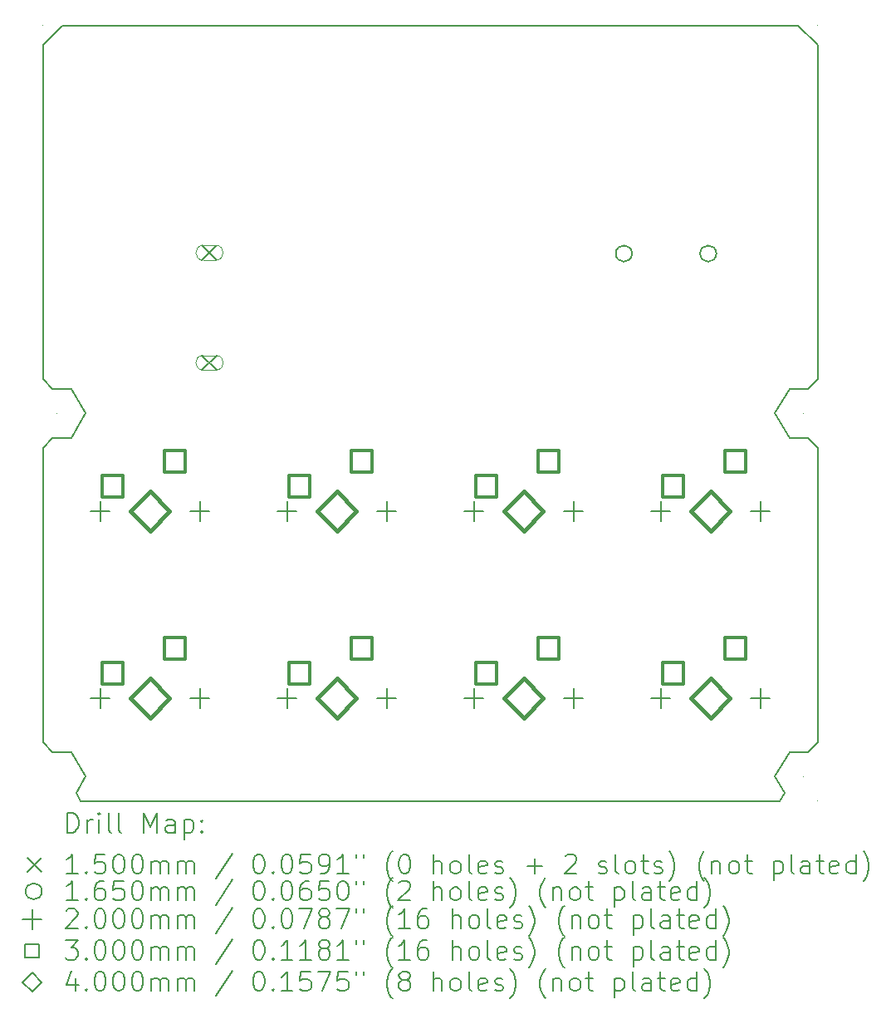
<source format=gbr>
%TF.GenerationSoftware,KiCad,Pcbnew,9.0.3*%
%TF.CreationDate,2025-07-19T22:30:28+09:00*%
%TF.ProjectId,kleinpad,6b6c6569-6e70-4616-942e-6b696361645f,1.0*%
%TF.SameCoordinates,Original*%
%TF.FileFunction,Drillmap*%
%TF.FilePolarity,Positive*%
%FSLAX45Y45*%
G04 Gerber Fmt 4.5, Leading zero omitted, Abs format (unit mm)*
G04 Created by KiCad (PCBNEW 9.0.3) date 2025-07-19 22:30:28*
%MOMM*%
%LPD*%
G01*
G04 APERTURE LIST*
%ADD10C,0.200000*%
%ADD11C,0.010050*%
%ADD12C,0.150000*%
%ADD13C,0.100000*%
%ADD14C,0.165000*%
%ADD15C,0.300000*%
%ADD16C,0.400000*%
G04 APERTURE END LIST*
D10*
X10127563Y-10347550D02*
X10227563Y-10247550D01*
X10416238Y-9747550D02*
X10227563Y-9747550D01*
X10516238Y-13947550D02*
X10466238Y-13860947D01*
D11*
X18028065Y-13947550D02*
G75*
G02*
X18027060Y-13947550I-503J0D01*
G01*
X18027060Y-13947550D02*
G75*
G02*
X18028065Y-13947550I503J0D01*
G01*
D10*
X10227563Y-10247550D02*
X10416238Y-10247550D01*
X17827563Y-6047550D02*
X10327563Y-6047550D01*
D11*
X10128065Y-6047550D02*
G75*
G02*
X10127060Y-6047550I-503J0D01*
G01*
X10127060Y-6047550D02*
G75*
G02*
X10128065Y-6047550I503J0D01*
G01*
D10*
X10516238Y-13947550D02*
X17638887Y-13947550D01*
D11*
X18028065Y-6047550D02*
G75*
G02*
X18027060Y-6047550I-503J0D01*
G01*
X18027060Y-6047550D02*
G75*
G02*
X18028065Y-6047550I503J0D01*
G01*
D10*
X10227563Y-9747550D02*
X10127563Y-9647550D01*
X17927563Y-9747550D02*
X17738887Y-9747550D01*
X17594550Y-13697550D02*
X17688887Y-13860947D01*
X18027563Y-9647550D02*
X18027563Y-6247550D01*
X18027563Y-13347550D02*
X17927563Y-13447550D01*
X10127563Y-6247550D02*
X10127563Y-9647550D01*
X18027563Y-13347550D02*
X18027563Y-10347550D01*
X17738887Y-10247550D02*
X17927563Y-10247550D01*
X10416238Y-13447550D02*
X10227563Y-13447550D01*
X10466238Y-13860947D02*
X10560575Y-13697550D01*
X17638887Y-13947550D02*
X17688887Y-13860947D01*
D11*
X17883727Y-9997550D02*
G75*
G02*
X17882722Y-9997550I-503J0D01*
G01*
X17882722Y-9997550D02*
G75*
G02*
X17883727Y-9997550I503J0D01*
G01*
X10272403Y-9997550D02*
G75*
G02*
X10271398Y-9997550I-503J0D01*
G01*
X10271398Y-9997550D02*
G75*
G02*
X10272403Y-9997550I503J0D01*
G01*
D10*
X17738887Y-9747550D02*
X17594550Y-9997550D01*
X10560575Y-13697550D02*
X10416238Y-13447550D01*
X17927563Y-13447550D02*
X17738887Y-13447550D01*
X10560575Y-9997550D02*
X10416238Y-9747550D01*
X17927563Y-10247550D02*
X18027563Y-10347550D01*
X17827563Y-6047550D02*
X18027563Y-6247550D01*
X10416238Y-10247550D02*
X10560575Y-9997550D01*
X10227563Y-13447550D02*
X10127563Y-13347550D01*
X17738887Y-13447550D02*
X17594550Y-13697550D01*
X10127563Y-10347550D02*
X10127563Y-13347550D01*
X17594550Y-9997550D02*
X17738887Y-10247550D01*
X10327563Y-6047550D02*
X10127563Y-6247550D01*
D11*
X17883727Y-13697550D02*
G75*
G02*
X17882722Y-13697550I-503J0D01*
G01*
X17882722Y-13697550D02*
G75*
G02*
X17883727Y-13697550I503J0D01*
G01*
D10*
X18027563Y-9647550D02*
X17927563Y-9747550D01*
D12*
X11752562Y-8287550D02*
X11902562Y-8437550D01*
X11902562Y-8287550D02*
X11752562Y-8437550D01*
D13*
X11762562Y-8437550D02*
X11892562Y-8437550D01*
X11892562Y-8287550D02*
G75*
G02*
X11892562Y-8437550I0J-75000D01*
G01*
X11892562Y-8287550D02*
X11762562Y-8287550D01*
X11762562Y-8287550D02*
G75*
G03*
X11762562Y-8437550I0J-75000D01*
G01*
D12*
X11752562Y-9407550D02*
X11902562Y-9557550D01*
X11902562Y-9407550D02*
X11752562Y-9557550D01*
D13*
X11762562Y-9557550D02*
X11892562Y-9557550D01*
X11892562Y-9407550D02*
G75*
G02*
X11892562Y-9557550I0J-75000D01*
G01*
X11892562Y-9407550D02*
X11762562Y-9407550D01*
X11762562Y-9407550D02*
G75*
G03*
X11762562Y-9557550I0J-75000D01*
G01*
D14*
X16135062Y-8370550D02*
G75*
G02*
X15970062Y-8370550I-82500J0D01*
G01*
X15970062Y-8370550D02*
G75*
G02*
X16135062Y-8370550I82500J0D01*
G01*
X16995063Y-8370550D02*
G75*
G02*
X16830063Y-8370550I-82500J0D01*
G01*
X16830063Y-8370550D02*
G75*
G02*
X16995063Y-8370550I82500J0D01*
G01*
D10*
X10712125Y-10894675D02*
X10712125Y-11094675D01*
X10612125Y-10994675D02*
X10812125Y-10994675D01*
X10712125Y-12799675D02*
X10712125Y-12999675D01*
X10612125Y-12899675D02*
X10812125Y-12899675D01*
X11728125Y-10894675D02*
X11728125Y-11094675D01*
X11628125Y-10994675D02*
X11828125Y-10994675D01*
X11728125Y-12799675D02*
X11728125Y-12999675D01*
X11628125Y-12899675D02*
X11828125Y-12899675D01*
X12617125Y-10894675D02*
X12617125Y-11094675D01*
X12517125Y-10994675D02*
X12717125Y-10994675D01*
X12617125Y-12799675D02*
X12617125Y-12999675D01*
X12517125Y-12899675D02*
X12717125Y-12899675D01*
X13633125Y-10894675D02*
X13633125Y-11094675D01*
X13533125Y-10994675D02*
X13733125Y-10994675D01*
X13633125Y-12799675D02*
X13633125Y-12999675D01*
X13533125Y-12899675D02*
X13733125Y-12899675D01*
X14522125Y-10894675D02*
X14522125Y-11094675D01*
X14422125Y-10994675D02*
X14622125Y-10994675D01*
X14522125Y-12799675D02*
X14522125Y-12999675D01*
X14422125Y-12899675D02*
X14622125Y-12899675D01*
X15538125Y-10894675D02*
X15538125Y-11094675D01*
X15438125Y-10994675D02*
X15638125Y-10994675D01*
X15538125Y-12799675D02*
X15538125Y-12999675D01*
X15438125Y-12899675D02*
X15638125Y-12899675D01*
X16427125Y-10894675D02*
X16427125Y-11094675D01*
X16327125Y-10994675D02*
X16527125Y-10994675D01*
X16427125Y-12799675D02*
X16427125Y-12999675D01*
X16327125Y-12899675D02*
X16527125Y-12899675D01*
X17443125Y-10894675D02*
X17443125Y-11094675D01*
X17343125Y-10994675D02*
X17543125Y-10994675D01*
X17443125Y-12799675D02*
X17443125Y-12999675D01*
X17343125Y-12899675D02*
X17543125Y-12899675D01*
D15*
X10945192Y-10846742D02*
X10945192Y-10634608D01*
X10733058Y-10634608D01*
X10733058Y-10846742D01*
X10945192Y-10846742D01*
X10945192Y-12751742D02*
X10945192Y-12539608D01*
X10733058Y-12539608D01*
X10733058Y-12751742D01*
X10945192Y-12751742D01*
X11580192Y-10592742D02*
X11580192Y-10380608D01*
X11368058Y-10380608D01*
X11368058Y-10592742D01*
X11580192Y-10592742D01*
X11580192Y-12497742D02*
X11580192Y-12285608D01*
X11368058Y-12285608D01*
X11368058Y-12497742D01*
X11580192Y-12497742D01*
X12850192Y-10846742D02*
X12850192Y-10634608D01*
X12638058Y-10634608D01*
X12638058Y-10846742D01*
X12850192Y-10846742D01*
X12850192Y-12751742D02*
X12850192Y-12539608D01*
X12638058Y-12539608D01*
X12638058Y-12751742D01*
X12850192Y-12751742D01*
X13485192Y-10592742D02*
X13485192Y-10380608D01*
X13273058Y-10380608D01*
X13273058Y-10592742D01*
X13485192Y-10592742D01*
X13485192Y-12497742D02*
X13485192Y-12285608D01*
X13273058Y-12285608D01*
X13273058Y-12497742D01*
X13485192Y-12497742D01*
X14755192Y-10846742D02*
X14755192Y-10634608D01*
X14543058Y-10634608D01*
X14543058Y-10846742D01*
X14755192Y-10846742D01*
X14755192Y-12751742D02*
X14755192Y-12539608D01*
X14543058Y-12539608D01*
X14543058Y-12751742D01*
X14755192Y-12751742D01*
X15390192Y-10592742D02*
X15390192Y-10380608D01*
X15178058Y-10380608D01*
X15178058Y-10592742D01*
X15390192Y-10592742D01*
X15390192Y-12497742D02*
X15390192Y-12285608D01*
X15178058Y-12285608D01*
X15178058Y-12497742D01*
X15390192Y-12497742D01*
X16660192Y-10846742D02*
X16660192Y-10634608D01*
X16448058Y-10634608D01*
X16448058Y-10846742D01*
X16660192Y-10846742D01*
X16660192Y-12751742D02*
X16660192Y-12539608D01*
X16448058Y-12539608D01*
X16448058Y-12751742D01*
X16660192Y-12751742D01*
X17295192Y-10592742D02*
X17295192Y-10380608D01*
X17083058Y-10380608D01*
X17083058Y-10592742D01*
X17295192Y-10592742D01*
X17295192Y-12497742D02*
X17295192Y-12285608D01*
X17083058Y-12285608D01*
X17083058Y-12497742D01*
X17295192Y-12497742D01*
D16*
X11220125Y-11194675D02*
X11420125Y-10994675D01*
X11220125Y-10794675D01*
X11020125Y-10994675D01*
X11220125Y-11194675D01*
X11220125Y-13099675D02*
X11420125Y-12899675D01*
X11220125Y-12699675D01*
X11020125Y-12899675D01*
X11220125Y-13099675D01*
X13125125Y-11194675D02*
X13325125Y-10994675D01*
X13125125Y-10794675D01*
X12925125Y-10994675D01*
X13125125Y-11194675D01*
X13125125Y-13099675D02*
X13325125Y-12899675D01*
X13125125Y-12699675D01*
X12925125Y-12899675D01*
X13125125Y-13099675D01*
X15030125Y-11194675D02*
X15230125Y-10994675D01*
X15030125Y-10794675D01*
X14830125Y-10994675D01*
X15030125Y-11194675D01*
X15030125Y-13099675D02*
X15230125Y-12899675D01*
X15030125Y-12699675D01*
X14830125Y-12899675D01*
X15030125Y-13099675D01*
X16935125Y-11194675D02*
X17135125Y-10994675D01*
X16935125Y-10794675D01*
X16735125Y-10994675D01*
X16935125Y-11194675D01*
X16935125Y-13099675D02*
X17135125Y-12899675D01*
X16935125Y-12699675D01*
X16735125Y-12899675D01*
X16935125Y-13099675D01*
D10*
X10378339Y-14269034D02*
X10378339Y-14069034D01*
X10378339Y-14069034D02*
X10425958Y-14069034D01*
X10425958Y-14069034D02*
X10454530Y-14078558D01*
X10454530Y-14078558D02*
X10473577Y-14097605D01*
X10473577Y-14097605D02*
X10483101Y-14116653D01*
X10483101Y-14116653D02*
X10492625Y-14154748D01*
X10492625Y-14154748D02*
X10492625Y-14183319D01*
X10492625Y-14183319D02*
X10483101Y-14221415D01*
X10483101Y-14221415D02*
X10473577Y-14240462D01*
X10473577Y-14240462D02*
X10454530Y-14259510D01*
X10454530Y-14259510D02*
X10425958Y-14269034D01*
X10425958Y-14269034D02*
X10378339Y-14269034D01*
X10578339Y-14269034D02*
X10578339Y-14135700D01*
X10578339Y-14173796D02*
X10587863Y-14154748D01*
X10587863Y-14154748D02*
X10597387Y-14145224D01*
X10597387Y-14145224D02*
X10616435Y-14135700D01*
X10616435Y-14135700D02*
X10635482Y-14135700D01*
X10702149Y-14269034D02*
X10702149Y-14135700D01*
X10702149Y-14069034D02*
X10692625Y-14078558D01*
X10692625Y-14078558D02*
X10702149Y-14088081D01*
X10702149Y-14088081D02*
X10711673Y-14078558D01*
X10711673Y-14078558D02*
X10702149Y-14069034D01*
X10702149Y-14069034D02*
X10702149Y-14088081D01*
X10825958Y-14269034D02*
X10806911Y-14259510D01*
X10806911Y-14259510D02*
X10797387Y-14240462D01*
X10797387Y-14240462D02*
X10797387Y-14069034D01*
X10930720Y-14269034D02*
X10911673Y-14259510D01*
X10911673Y-14259510D02*
X10902149Y-14240462D01*
X10902149Y-14240462D02*
X10902149Y-14069034D01*
X11159292Y-14269034D02*
X11159292Y-14069034D01*
X11159292Y-14069034D02*
X11225958Y-14211891D01*
X11225958Y-14211891D02*
X11292625Y-14069034D01*
X11292625Y-14069034D02*
X11292625Y-14269034D01*
X11473577Y-14269034D02*
X11473577Y-14164272D01*
X11473577Y-14164272D02*
X11464054Y-14145224D01*
X11464054Y-14145224D02*
X11445006Y-14135700D01*
X11445006Y-14135700D02*
X11406911Y-14135700D01*
X11406911Y-14135700D02*
X11387863Y-14145224D01*
X11473577Y-14259510D02*
X11454530Y-14269034D01*
X11454530Y-14269034D02*
X11406911Y-14269034D01*
X11406911Y-14269034D02*
X11387863Y-14259510D01*
X11387863Y-14259510D02*
X11378339Y-14240462D01*
X11378339Y-14240462D02*
X11378339Y-14221415D01*
X11378339Y-14221415D02*
X11387863Y-14202367D01*
X11387863Y-14202367D02*
X11406911Y-14192843D01*
X11406911Y-14192843D02*
X11454530Y-14192843D01*
X11454530Y-14192843D02*
X11473577Y-14183319D01*
X11568815Y-14135700D02*
X11568815Y-14335700D01*
X11568815Y-14145224D02*
X11587863Y-14135700D01*
X11587863Y-14135700D02*
X11625958Y-14135700D01*
X11625958Y-14135700D02*
X11645006Y-14145224D01*
X11645006Y-14145224D02*
X11654530Y-14154748D01*
X11654530Y-14154748D02*
X11664054Y-14173796D01*
X11664054Y-14173796D02*
X11664054Y-14230938D01*
X11664054Y-14230938D02*
X11654530Y-14249986D01*
X11654530Y-14249986D02*
X11645006Y-14259510D01*
X11645006Y-14259510D02*
X11625958Y-14269034D01*
X11625958Y-14269034D02*
X11587863Y-14269034D01*
X11587863Y-14269034D02*
X11568815Y-14259510D01*
X11749768Y-14249986D02*
X11759292Y-14259510D01*
X11759292Y-14259510D02*
X11749768Y-14269034D01*
X11749768Y-14269034D02*
X11740244Y-14259510D01*
X11740244Y-14259510D02*
X11749768Y-14249986D01*
X11749768Y-14249986D02*
X11749768Y-14269034D01*
X11749768Y-14145224D02*
X11759292Y-14154748D01*
X11759292Y-14154748D02*
X11749768Y-14164272D01*
X11749768Y-14164272D02*
X11740244Y-14154748D01*
X11740244Y-14154748D02*
X11749768Y-14145224D01*
X11749768Y-14145224D02*
X11749768Y-14164272D01*
D12*
X9967563Y-14522550D02*
X10117563Y-14672550D01*
X10117563Y-14522550D02*
X9967563Y-14672550D01*
D10*
X10483101Y-14689034D02*
X10368816Y-14689034D01*
X10425958Y-14689034D02*
X10425958Y-14489034D01*
X10425958Y-14489034D02*
X10406911Y-14517605D01*
X10406911Y-14517605D02*
X10387863Y-14536653D01*
X10387863Y-14536653D02*
X10368816Y-14546177D01*
X10568816Y-14669986D02*
X10578339Y-14679510D01*
X10578339Y-14679510D02*
X10568816Y-14689034D01*
X10568816Y-14689034D02*
X10559292Y-14679510D01*
X10559292Y-14679510D02*
X10568816Y-14669986D01*
X10568816Y-14669986D02*
X10568816Y-14689034D01*
X10759292Y-14489034D02*
X10664054Y-14489034D01*
X10664054Y-14489034D02*
X10654530Y-14584272D01*
X10654530Y-14584272D02*
X10664054Y-14574748D01*
X10664054Y-14574748D02*
X10683101Y-14565224D01*
X10683101Y-14565224D02*
X10730720Y-14565224D01*
X10730720Y-14565224D02*
X10749768Y-14574748D01*
X10749768Y-14574748D02*
X10759292Y-14584272D01*
X10759292Y-14584272D02*
X10768816Y-14603319D01*
X10768816Y-14603319D02*
X10768816Y-14650938D01*
X10768816Y-14650938D02*
X10759292Y-14669986D01*
X10759292Y-14669986D02*
X10749768Y-14679510D01*
X10749768Y-14679510D02*
X10730720Y-14689034D01*
X10730720Y-14689034D02*
X10683101Y-14689034D01*
X10683101Y-14689034D02*
X10664054Y-14679510D01*
X10664054Y-14679510D02*
X10654530Y-14669986D01*
X10892625Y-14489034D02*
X10911673Y-14489034D01*
X10911673Y-14489034D02*
X10930720Y-14498558D01*
X10930720Y-14498558D02*
X10940244Y-14508081D01*
X10940244Y-14508081D02*
X10949768Y-14527129D01*
X10949768Y-14527129D02*
X10959292Y-14565224D01*
X10959292Y-14565224D02*
X10959292Y-14612843D01*
X10959292Y-14612843D02*
X10949768Y-14650938D01*
X10949768Y-14650938D02*
X10940244Y-14669986D01*
X10940244Y-14669986D02*
X10930720Y-14679510D01*
X10930720Y-14679510D02*
X10911673Y-14689034D01*
X10911673Y-14689034D02*
X10892625Y-14689034D01*
X10892625Y-14689034D02*
X10873577Y-14679510D01*
X10873577Y-14679510D02*
X10864054Y-14669986D01*
X10864054Y-14669986D02*
X10854530Y-14650938D01*
X10854530Y-14650938D02*
X10845006Y-14612843D01*
X10845006Y-14612843D02*
X10845006Y-14565224D01*
X10845006Y-14565224D02*
X10854530Y-14527129D01*
X10854530Y-14527129D02*
X10864054Y-14508081D01*
X10864054Y-14508081D02*
X10873577Y-14498558D01*
X10873577Y-14498558D02*
X10892625Y-14489034D01*
X11083101Y-14489034D02*
X11102149Y-14489034D01*
X11102149Y-14489034D02*
X11121197Y-14498558D01*
X11121197Y-14498558D02*
X11130720Y-14508081D01*
X11130720Y-14508081D02*
X11140244Y-14527129D01*
X11140244Y-14527129D02*
X11149768Y-14565224D01*
X11149768Y-14565224D02*
X11149768Y-14612843D01*
X11149768Y-14612843D02*
X11140244Y-14650938D01*
X11140244Y-14650938D02*
X11130720Y-14669986D01*
X11130720Y-14669986D02*
X11121197Y-14679510D01*
X11121197Y-14679510D02*
X11102149Y-14689034D01*
X11102149Y-14689034D02*
X11083101Y-14689034D01*
X11083101Y-14689034D02*
X11064054Y-14679510D01*
X11064054Y-14679510D02*
X11054530Y-14669986D01*
X11054530Y-14669986D02*
X11045006Y-14650938D01*
X11045006Y-14650938D02*
X11035482Y-14612843D01*
X11035482Y-14612843D02*
X11035482Y-14565224D01*
X11035482Y-14565224D02*
X11045006Y-14527129D01*
X11045006Y-14527129D02*
X11054530Y-14508081D01*
X11054530Y-14508081D02*
X11064054Y-14498558D01*
X11064054Y-14498558D02*
X11083101Y-14489034D01*
X11235482Y-14689034D02*
X11235482Y-14555700D01*
X11235482Y-14574748D02*
X11245006Y-14565224D01*
X11245006Y-14565224D02*
X11264054Y-14555700D01*
X11264054Y-14555700D02*
X11292625Y-14555700D01*
X11292625Y-14555700D02*
X11311673Y-14565224D01*
X11311673Y-14565224D02*
X11321196Y-14584272D01*
X11321196Y-14584272D02*
X11321196Y-14689034D01*
X11321196Y-14584272D02*
X11330720Y-14565224D01*
X11330720Y-14565224D02*
X11349768Y-14555700D01*
X11349768Y-14555700D02*
X11378339Y-14555700D01*
X11378339Y-14555700D02*
X11397387Y-14565224D01*
X11397387Y-14565224D02*
X11406911Y-14584272D01*
X11406911Y-14584272D02*
X11406911Y-14689034D01*
X11502149Y-14689034D02*
X11502149Y-14555700D01*
X11502149Y-14574748D02*
X11511673Y-14565224D01*
X11511673Y-14565224D02*
X11530720Y-14555700D01*
X11530720Y-14555700D02*
X11559292Y-14555700D01*
X11559292Y-14555700D02*
X11578339Y-14565224D01*
X11578339Y-14565224D02*
X11587863Y-14584272D01*
X11587863Y-14584272D02*
X11587863Y-14689034D01*
X11587863Y-14584272D02*
X11597387Y-14565224D01*
X11597387Y-14565224D02*
X11616435Y-14555700D01*
X11616435Y-14555700D02*
X11645006Y-14555700D01*
X11645006Y-14555700D02*
X11664054Y-14565224D01*
X11664054Y-14565224D02*
X11673577Y-14584272D01*
X11673577Y-14584272D02*
X11673577Y-14689034D01*
X12064054Y-14479510D02*
X11892625Y-14736653D01*
X12321197Y-14489034D02*
X12340244Y-14489034D01*
X12340244Y-14489034D02*
X12359292Y-14498558D01*
X12359292Y-14498558D02*
X12368816Y-14508081D01*
X12368816Y-14508081D02*
X12378339Y-14527129D01*
X12378339Y-14527129D02*
X12387863Y-14565224D01*
X12387863Y-14565224D02*
X12387863Y-14612843D01*
X12387863Y-14612843D02*
X12378339Y-14650938D01*
X12378339Y-14650938D02*
X12368816Y-14669986D01*
X12368816Y-14669986D02*
X12359292Y-14679510D01*
X12359292Y-14679510D02*
X12340244Y-14689034D01*
X12340244Y-14689034D02*
X12321197Y-14689034D01*
X12321197Y-14689034D02*
X12302149Y-14679510D01*
X12302149Y-14679510D02*
X12292625Y-14669986D01*
X12292625Y-14669986D02*
X12283101Y-14650938D01*
X12283101Y-14650938D02*
X12273578Y-14612843D01*
X12273578Y-14612843D02*
X12273578Y-14565224D01*
X12273578Y-14565224D02*
X12283101Y-14527129D01*
X12283101Y-14527129D02*
X12292625Y-14508081D01*
X12292625Y-14508081D02*
X12302149Y-14498558D01*
X12302149Y-14498558D02*
X12321197Y-14489034D01*
X12473578Y-14669986D02*
X12483101Y-14679510D01*
X12483101Y-14679510D02*
X12473578Y-14689034D01*
X12473578Y-14689034D02*
X12464054Y-14679510D01*
X12464054Y-14679510D02*
X12473578Y-14669986D01*
X12473578Y-14669986D02*
X12473578Y-14689034D01*
X12606911Y-14489034D02*
X12625959Y-14489034D01*
X12625959Y-14489034D02*
X12645006Y-14498558D01*
X12645006Y-14498558D02*
X12654530Y-14508081D01*
X12654530Y-14508081D02*
X12664054Y-14527129D01*
X12664054Y-14527129D02*
X12673578Y-14565224D01*
X12673578Y-14565224D02*
X12673578Y-14612843D01*
X12673578Y-14612843D02*
X12664054Y-14650938D01*
X12664054Y-14650938D02*
X12654530Y-14669986D01*
X12654530Y-14669986D02*
X12645006Y-14679510D01*
X12645006Y-14679510D02*
X12625959Y-14689034D01*
X12625959Y-14689034D02*
X12606911Y-14689034D01*
X12606911Y-14689034D02*
X12587863Y-14679510D01*
X12587863Y-14679510D02*
X12578339Y-14669986D01*
X12578339Y-14669986D02*
X12568816Y-14650938D01*
X12568816Y-14650938D02*
X12559292Y-14612843D01*
X12559292Y-14612843D02*
X12559292Y-14565224D01*
X12559292Y-14565224D02*
X12568816Y-14527129D01*
X12568816Y-14527129D02*
X12578339Y-14508081D01*
X12578339Y-14508081D02*
X12587863Y-14498558D01*
X12587863Y-14498558D02*
X12606911Y-14489034D01*
X12854530Y-14489034D02*
X12759292Y-14489034D01*
X12759292Y-14489034D02*
X12749768Y-14584272D01*
X12749768Y-14584272D02*
X12759292Y-14574748D01*
X12759292Y-14574748D02*
X12778339Y-14565224D01*
X12778339Y-14565224D02*
X12825959Y-14565224D01*
X12825959Y-14565224D02*
X12845006Y-14574748D01*
X12845006Y-14574748D02*
X12854530Y-14584272D01*
X12854530Y-14584272D02*
X12864054Y-14603319D01*
X12864054Y-14603319D02*
X12864054Y-14650938D01*
X12864054Y-14650938D02*
X12854530Y-14669986D01*
X12854530Y-14669986D02*
X12845006Y-14679510D01*
X12845006Y-14679510D02*
X12825959Y-14689034D01*
X12825959Y-14689034D02*
X12778339Y-14689034D01*
X12778339Y-14689034D02*
X12759292Y-14679510D01*
X12759292Y-14679510D02*
X12749768Y-14669986D01*
X12959292Y-14689034D02*
X12997387Y-14689034D01*
X12997387Y-14689034D02*
X13016435Y-14679510D01*
X13016435Y-14679510D02*
X13025959Y-14669986D01*
X13025959Y-14669986D02*
X13045006Y-14641415D01*
X13045006Y-14641415D02*
X13054530Y-14603319D01*
X13054530Y-14603319D02*
X13054530Y-14527129D01*
X13054530Y-14527129D02*
X13045006Y-14508081D01*
X13045006Y-14508081D02*
X13035482Y-14498558D01*
X13035482Y-14498558D02*
X13016435Y-14489034D01*
X13016435Y-14489034D02*
X12978339Y-14489034D01*
X12978339Y-14489034D02*
X12959292Y-14498558D01*
X12959292Y-14498558D02*
X12949768Y-14508081D01*
X12949768Y-14508081D02*
X12940244Y-14527129D01*
X12940244Y-14527129D02*
X12940244Y-14574748D01*
X12940244Y-14574748D02*
X12949768Y-14593796D01*
X12949768Y-14593796D02*
X12959292Y-14603319D01*
X12959292Y-14603319D02*
X12978339Y-14612843D01*
X12978339Y-14612843D02*
X13016435Y-14612843D01*
X13016435Y-14612843D02*
X13035482Y-14603319D01*
X13035482Y-14603319D02*
X13045006Y-14593796D01*
X13045006Y-14593796D02*
X13054530Y-14574748D01*
X13245006Y-14689034D02*
X13130720Y-14689034D01*
X13187863Y-14689034D02*
X13187863Y-14489034D01*
X13187863Y-14489034D02*
X13168816Y-14517605D01*
X13168816Y-14517605D02*
X13149768Y-14536653D01*
X13149768Y-14536653D02*
X13130720Y-14546177D01*
X13321197Y-14489034D02*
X13321197Y-14527129D01*
X13397387Y-14489034D02*
X13397387Y-14527129D01*
X13692625Y-14765224D02*
X13683101Y-14755700D01*
X13683101Y-14755700D02*
X13664054Y-14727129D01*
X13664054Y-14727129D02*
X13654530Y-14708081D01*
X13654530Y-14708081D02*
X13645006Y-14679510D01*
X13645006Y-14679510D02*
X13635482Y-14631891D01*
X13635482Y-14631891D02*
X13635482Y-14593796D01*
X13635482Y-14593796D02*
X13645006Y-14546177D01*
X13645006Y-14546177D02*
X13654530Y-14517605D01*
X13654530Y-14517605D02*
X13664054Y-14498558D01*
X13664054Y-14498558D02*
X13683101Y-14469986D01*
X13683101Y-14469986D02*
X13692625Y-14460462D01*
X13806911Y-14489034D02*
X13825959Y-14489034D01*
X13825959Y-14489034D02*
X13845006Y-14498558D01*
X13845006Y-14498558D02*
X13854530Y-14508081D01*
X13854530Y-14508081D02*
X13864054Y-14527129D01*
X13864054Y-14527129D02*
X13873578Y-14565224D01*
X13873578Y-14565224D02*
X13873578Y-14612843D01*
X13873578Y-14612843D02*
X13864054Y-14650938D01*
X13864054Y-14650938D02*
X13854530Y-14669986D01*
X13854530Y-14669986D02*
X13845006Y-14679510D01*
X13845006Y-14679510D02*
X13825959Y-14689034D01*
X13825959Y-14689034D02*
X13806911Y-14689034D01*
X13806911Y-14689034D02*
X13787863Y-14679510D01*
X13787863Y-14679510D02*
X13778340Y-14669986D01*
X13778340Y-14669986D02*
X13768816Y-14650938D01*
X13768816Y-14650938D02*
X13759292Y-14612843D01*
X13759292Y-14612843D02*
X13759292Y-14565224D01*
X13759292Y-14565224D02*
X13768816Y-14527129D01*
X13768816Y-14527129D02*
X13778340Y-14508081D01*
X13778340Y-14508081D02*
X13787863Y-14498558D01*
X13787863Y-14498558D02*
X13806911Y-14489034D01*
X14111673Y-14689034D02*
X14111673Y-14489034D01*
X14197387Y-14689034D02*
X14197387Y-14584272D01*
X14197387Y-14584272D02*
X14187863Y-14565224D01*
X14187863Y-14565224D02*
X14168816Y-14555700D01*
X14168816Y-14555700D02*
X14140244Y-14555700D01*
X14140244Y-14555700D02*
X14121197Y-14565224D01*
X14121197Y-14565224D02*
X14111673Y-14574748D01*
X14321197Y-14689034D02*
X14302149Y-14679510D01*
X14302149Y-14679510D02*
X14292625Y-14669986D01*
X14292625Y-14669986D02*
X14283102Y-14650938D01*
X14283102Y-14650938D02*
X14283102Y-14593796D01*
X14283102Y-14593796D02*
X14292625Y-14574748D01*
X14292625Y-14574748D02*
X14302149Y-14565224D01*
X14302149Y-14565224D02*
X14321197Y-14555700D01*
X14321197Y-14555700D02*
X14349768Y-14555700D01*
X14349768Y-14555700D02*
X14368816Y-14565224D01*
X14368816Y-14565224D02*
X14378340Y-14574748D01*
X14378340Y-14574748D02*
X14387863Y-14593796D01*
X14387863Y-14593796D02*
X14387863Y-14650938D01*
X14387863Y-14650938D02*
X14378340Y-14669986D01*
X14378340Y-14669986D02*
X14368816Y-14679510D01*
X14368816Y-14679510D02*
X14349768Y-14689034D01*
X14349768Y-14689034D02*
X14321197Y-14689034D01*
X14502149Y-14689034D02*
X14483102Y-14679510D01*
X14483102Y-14679510D02*
X14473578Y-14660462D01*
X14473578Y-14660462D02*
X14473578Y-14489034D01*
X14654530Y-14679510D02*
X14635483Y-14689034D01*
X14635483Y-14689034D02*
X14597387Y-14689034D01*
X14597387Y-14689034D02*
X14578340Y-14679510D01*
X14578340Y-14679510D02*
X14568816Y-14660462D01*
X14568816Y-14660462D02*
X14568816Y-14584272D01*
X14568816Y-14584272D02*
X14578340Y-14565224D01*
X14578340Y-14565224D02*
X14597387Y-14555700D01*
X14597387Y-14555700D02*
X14635483Y-14555700D01*
X14635483Y-14555700D02*
X14654530Y-14565224D01*
X14654530Y-14565224D02*
X14664054Y-14584272D01*
X14664054Y-14584272D02*
X14664054Y-14603319D01*
X14664054Y-14603319D02*
X14568816Y-14622367D01*
X14740244Y-14679510D02*
X14759292Y-14689034D01*
X14759292Y-14689034D02*
X14797387Y-14689034D01*
X14797387Y-14689034D02*
X14816435Y-14679510D01*
X14816435Y-14679510D02*
X14825959Y-14660462D01*
X14825959Y-14660462D02*
X14825959Y-14650938D01*
X14825959Y-14650938D02*
X14816435Y-14631891D01*
X14816435Y-14631891D02*
X14797387Y-14622367D01*
X14797387Y-14622367D02*
X14768816Y-14622367D01*
X14768816Y-14622367D02*
X14749768Y-14612843D01*
X14749768Y-14612843D02*
X14740244Y-14593796D01*
X14740244Y-14593796D02*
X14740244Y-14584272D01*
X14740244Y-14584272D02*
X14749768Y-14565224D01*
X14749768Y-14565224D02*
X14768816Y-14555700D01*
X14768816Y-14555700D02*
X14797387Y-14555700D01*
X14797387Y-14555700D02*
X14816435Y-14565224D01*
X15064054Y-14612843D02*
X15216435Y-14612843D01*
X15140245Y-14689034D02*
X15140245Y-14536653D01*
X15454530Y-14508081D02*
X15464054Y-14498558D01*
X15464054Y-14498558D02*
X15483102Y-14489034D01*
X15483102Y-14489034D02*
X15530721Y-14489034D01*
X15530721Y-14489034D02*
X15549768Y-14498558D01*
X15549768Y-14498558D02*
X15559292Y-14508081D01*
X15559292Y-14508081D02*
X15568816Y-14527129D01*
X15568816Y-14527129D02*
X15568816Y-14546177D01*
X15568816Y-14546177D02*
X15559292Y-14574748D01*
X15559292Y-14574748D02*
X15445006Y-14689034D01*
X15445006Y-14689034D02*
X15568816Y-14689034D01*
X15797387Y-14679510D02*
X15816435Y-14689034D01*
X15816435Y-14689034D02*
X15854530Y-14689034D01*
X15854530Y-14689034D02*
X15873578Y-14679510D01*
X15873578Y-14679510D02*
X15883102Y-14660462D01*
X15883102Y-14660462D02*
X15883102Y-14650938D01*
X15883102Y-14650938D02*
X15873578Y-14631891D01*
X15873578Y-14631891D02*
X15854530Y-14622367D01*
X15854530Y-14622367D02*
X15825959Y-14622367D01*
X15825959Y-14622367D02*
X15806911Y-14612843D01*
X15806911Y-14612843D02*
X15797387Y-14593796D01*
X15797387Y-14593796D02*
X15797387Y-14584272D01*
X15797387Y-14584272D02*
X15806911Y-14565224D01*
X15806911Y-14565224D02*
X15825959Y-14555700D01*
X15825959Y-14555700D02*
X15854530Y-14555700D01*
X15854530Y-14555700D02*
X15873578Y-14565224D01*
X15997387Y-14689034D02*
X15978340Y-14679510D01*
X15978340Y-14679510D02*
X15968816Y-14660462D01*
X15968816Y-14660462D02*
X15968816Y-14489034D01*
X16102149Y-14689034D02*
X16083102Y-14679510D01*
X16083102Y-14679510D02*
X16073578Y-14669986D01*
X16073578Y-14669986D02*
X16064054Y-14650938D01*
X16064054Y-14650938D02*
X16064054Y-14593796D01*
X16064054Y-14593796D02*
X16073578Y-14574748D01*
X16073578Y-14574748D02*
X16083102Y-14565224D01*
X16083102Y-14565224D02*
X16102149Y-14555700D01*
X16102149Y-14555700D02*
X16130721Y-14555700D01*
X16130721Y-14555700D02*
X16149768Y-14565224D01*
X16149768Y-14565224D02*
X16159292Y-14574748D01*
X16159292Y-14574748D02*
X16168816Y-14593796D01*
X16168816Y-14593796D02*
X16168816Y-14650938D01*
X16168816Y-14650938D02*
X16159292Y-14669986D01*
X16159292Y-14669986D02*
X16149768Y-14679510D01*
X16149768Y-14679510D02*
X16130721Y-14689034D01*
X16130721Y-14689034D02*
X16102149Y-14689034D01*
X16225959Y-14555700D02*
X16302149Y-14555700D01*
X16254530Y-14489034D02*
X16254530Y-14660462D01*
X16254530Y-14660462D02*
X16264054Y-14679510D01*
X16264054Y-14679510D02*
X16283102Y-14689034D01*
X16283102Y-14689034D02*
X16302149Y-14689034D01*
X16359292Y-14679510D02*
X16378340Y-14689034D01*
X16378340Y-14689034D02*
X16416435Y-14689034D01*
X16416435Y-14689034D02*
X16435483Y-14679510D01*
X16435483Y-14679510D02*
X16445007Y-14660462D01*
X16445007Y-14660462D02*
X16445007Y-14650938D01*
X16445007Y-14650938D02*
X16435483Y-14631891D01*
X16435483Y-14631891D02*
X16416435Y-14622367D01*
X16416435Y-14622367D02*
X16387864Y-14622367D01*
X16387864Y-14622367D02*
X16368816Y-14612843D01*
X16368816Y-14612843D02*
X16359292Y-14593796D01*
X16359292Y-14593796D02*
X16359292Y-14584272D01*
X16359292Y-14584272D02*
X16368816Y-14565224D01*
X16368816Y-14565224D02*
X16387864Y-14555700D01*
X16387864Y-14555700D02*
X16416435Y-14555700D01*
X16416435Y-14555700D02*
X16435483Y-14565224D01*
X16511673Y-14765224D02*
X16521197Y-14755700D01*
X16521197Y-14755700D02*
X16540245Y-14727129D01*
X16540245Y-14727129D02*
X16549768Y-14708081D01*
X16549768Y-14708081D02*
X16559292Y-14679510D01*
X16559292Y-14679510D02*
X16568816Y-14631891D01*
X16568816Y-14631891D02*
X16568816Y-14593796D01*
X16568816Y-14593796D02*
X16559292Y-14546177D01*
X16559292Y-14546177D02*
X16549768Y-14517605D01*
X16549768Y-14517605D02*
X16540245Y-14498558D01*
X16540245Y-14498558D02*
X16521197Y-14469986D01*
X16521197Y-14469986D02*
X16511673Y-14460462D01*
X16873578Y-14765224D02*
X16864054Y-14755700D01*
X16864054Y-14755700D02*
X16845007Y-14727129D01*
X16845007Y-14727129D02*
X16835483Y-14708081D01*
X16835483Y-14708081D02*
X16825959Y-14679510D01*
X16825959Y-14679510D02*
X16816435Y-14631891D01*
X16816435Y-14631891D02*
X16816435Y-14593796D01*
X16816435Y-14593796D02*
X16825959Y-14546177D01*
X16825959Y-14546177D02*
X16835483Y-14517605D01*
X16835483Y-14517605D02*
X16845007Y-14498558D01*
X16845007Y-14498558D02*
X16864054Y-14469986D01*
X16864054Y-14469986D02*
X16873578Y-14460462D01*
X16949769Y-14555700D02*
X16949769Y-14689034D01*
X16949769Y-14574748D02*
X16959292Y-14565224D01*
X16959292Y-14565224D02*
X16978340Y-14555700D01*
X16978340Y-14555700D02*
X17006911Y-14555700D01*
X17006911Y-14555700D02*
X17025959Y-14565224D01*
X17025959Y-14565224D02*
X17035483Y-14584272D01*
X17035483Y-14584272D02*
X17035483Y-14689034D01*
X17159292Y-14689034D02*
X17140245Y-14679510D01*
X17140245Y-14679510D02*
X17130721Y-14669986D01*
X17130721Y-14669986D02*
X17121197Y-14650938D01*
X17121197Y-14650938D02*
X17121197Y-14593796D01*
X17121197Y-14593796D02*
X17130721Y-14574748D01*
X17130721Y-14574748D02*
X17140245Y-14565224D01*
X17140245Y-14565224D02*
X17159292Y-14555700D01*
X17159292Y-14555700D02*
X17187864Y-14555700D01*
X17187864Y-14555700D02*
X17206911Y-14565224D01*
X17206911Y-14565224D02*
X17216435Y-14574748D01*
X17216435Y-14574748D02*
X17225959Y-14593796D01*
X17225959Y-14593796D02*
X17225959Y-14650938D01*
X17225959Y-14650938D02*
X17216435Y-14669986D01*
X17216435Y-14669986D02*
X17206911Y-14679510D01*
X17206911Y-14679510D02*
X17187864Y-14689034D01*
X17187864Y-14689034D02*
X17159292Y-14689034D01*
X17283102Y-14555700D02*
X17359292Y-14555700D01*
X17311673Y-14489034D02*
X17311673Y-14660462D01*
X17311673Y-14660462D02*
X17321197Y-14679510D01*
X17321197Y-14679510D02*
X17340245Y-14689034D01*
X17340245Y-14689034D02*
X17359292Y-14689034D01*
X17578340Y-14555700D02*
X17578340Y-14755700D01*
X17578340Y-14565224D02*
X17597388Y-14555700D01*
X17597388Y-14555700D02*
X17635483Y-14555700D01*
X17635483Y-14555700D02*
X17654531Y-14565224D01*
X17654531Y-14565224D02*
X17664054Y-14574748D01*
X17664054Y-14574748D02*
X17673578Y-14593796D01*
X17673578Y-14593796D02*
X17673578Y-14650938D01*
X17673578Y-14650938D02*
X17664054Y-14669986D01*
X17664054Y-14669986D02*
X17654531Y-14679510D01*
X17654531Y-14679510D02*
X17635483Y-14689034D01*
X17635483Y-14689034D02*
X17597388Y-14689034D01*
X17597388Y-14689034D02*
X17578340Y-14679510D01*
X17787864Y-14689034D02*
X17768816Y-14679510D01*
X17768816Y-14679510D02*
X17759292Y-14660462D01*
X17759292Y-14660462D02*
X17759292Y-14489034D01*
X17949769Y-14689034D02*
X17949769Y-14584272D01*
X17949769Y-14584272D02*
X17940245Y-14565224D01*
X17940245Y-14565224D02*
X17921197Y-14555700D01*
X17921197Y-14555700D02*
X17883102Y-14555700D01*
X17883102Y-14555700D02*
X17864054Y-14565224D01*
X17949769Y-14679510D02*
X17930721Y-14689034D01*
X17930721Y-14689034D02*
X17883102Y-14689034D01*
X17883102Y-14689034D02*
X17864054Y-14679510D01*
X17864054Y-14679510D02*
X17854531Y-14660462D01*
X17854531Y-14660462D02*
X17854531Y-14641415D01*
X17854531Y-14641415D02*
X17864054Y-14622367D01*
X17864054Y-14622367D02*
X17883102Y-14612843D01*
X17883102Y-14612843D02*
X17930721Y-14612843D01*
X17930721Y-14612843D02*
X17949769Y-14603319D01*
X18016435Y-14555700D02*
X18092626Y-14555700D01*
X18045007Y-14489034D02*
X18045007Y-14660462D01*
X18045007Y-14660462D02*
X18054531Y-14679510D01*
X18054531Y-14679510D02*
X18073578Y-14689034D01*
X18073578Y-14689034D02*
X18092626Y-14689034D01*
X18235483Y-14679510D02*
X18216435Y-14689034D01*
X18216435Y-14689034D02*
X18178340Y-14689034D01*
X18178340Y-14689034D02*
X18159292Y-14679510D01*
X18159292Y-14679510D02*
X18149769Y-14660462D01*
X18149769Y-14660462D02*
X18149769Y-14584272D01*
X18149769Y-14584272D02*
X18159292Y-14565224D01*
X18159292Y-14565224D02*
X18178340Y-14555700D01*
X18178340Y-14555700D02*
X18216435Y-14555700D01*
X18216435Y-14555700D02*
X18235483Y-14565224D01*
X18235483Y-14565224D02*
X18245007Y-14584272D01*
X18245007Y-14584272D02*
X18245007Y-14603319D01*
X18245007Y-14603319D02*
X18149769Y-14622367D01*
X18416435Y-14689034D02*
X18416435Y-14489034D01*
X18416435Y-14679510D02*
X18397388Y-14689034D01*
X18397388Y-14689034D02*
X18359292Y-14689034D01*
X18359292Y-14689034D02*
X18340245Y-14679510D01*
X18340245Y-14679510D02*
X18330721Y-14669986D01*
X18330721Y-14669986D02*
X18321197Y-14650938D01*
X18321197Y-14650938D02*
X18321197Y-14593796D01*
X18321197Y-14593796D02*
X18330721Y-14574748D01*
X18330721Y-14574748D02*
X18340245Y-14565224D01*
X18340245Y-14565224D02*
X18359292Y-14555700D01*
X18359292Y-14555700D02*
X18397388Y-14555700D01*
X18397388Y-14555700D02*
X18416435Y-14565224D01*
X18492626Y-14765224D02*
X18502150Y-14755700D01*
X18502150Y-14755700D02*
X18521197Y-14727129D01*
X18521197Y-14727129D02*
X18530721Y-14708081D01*
X18530721Y-14708081D02*
X18540245Y-14679510D01*
X18540245Y-14679510D02*
X18549769Y-14631891D01*
X18549769Y-14631891D02*
X18549769Y-14593796D01*
X18549769Y-14593796D02*
X18540245Y-14546177D01*
X18540245Y-14546177D02*
X18530721Y-14517605D01*
X18530721Y-14517605D02*
X18521197Y-14498558D01*
X18521197Y-14498558D02*
X18502150Y-14469986D01*
X18502150Y-14469986D02*
X18492626Y-14460462D01*
D14*
X10117563Y-14867550D02*
G75*
G02*
X9952563Y-14867550I-82500J0D01*
G01*
X9952563Y-14867550D02*
G75*
G02*
X10117563Y-14867550I82500J0D01*
G01*
D10*
X10483101Y-14959034D02*
X10368816Y-14959034D01*
X10425958Y-14959034D02*
X10425958Y-14759034D01*
X10425958Y-14759034D02*
X10406911Y-14787605D01*
X10406911Y-14787605D02*
X10387863Y-14806653D01*
X10387863Y-14806653D02*
X10368816Y-14816177D01*
X10568816Y-14939986D02*
X10578339Y-14949510D01*
X10578339Y-14949510D02*
X10568816Y-14959034D01*
X10568816Y-14959034D02*
X10559292Y-14949510D01*
X10559292Y-14949510D02*
X10568816Y-14939986D01*
X10568816Y-14939986D02*
X10568816Y-14959034D01*
X10749768Y-14759034D02*
X10711673Y-14759034D01*
X10711673Y-14759034D02*
X10692625Y-14768558D01*
X10692625Y-14768558D02*
X10683101Y-14778081D01*
X10683101Y-14778081D02*
X10664054Y-14806653D01*
X10664054Y-14806653D02*
X10654530Y-14844748D01*
X10654530Y-14844748D02*
X10654530Y-14920938D01*
X10654530Y-14920938D02*
X10664054Y-14939986D01*
X10664054Y-14939986D02*
X10673577Y-14949510D01*
X10673577Y-14949510D02*
X10692625Y-14959034D01*
X10692625Y-14959034D02*
X10730720Y-14959034D01*
X10730720Y-14959034D02*
X10749768Y-14949510D01*
X10749768Y-14949510D02*
X10759292Y-14939986D01*
X10759292Y-14939986D02*
X10768816Y-14920938D01*
X10768816Y-14920938D02*
X10768816Y-14873319D01*
X10768816Y-14873319D02*
X10759292Y-14854272D01*
X10759292Y-14854272D02*
X10749768Y-14844748D01*
X10749768Y-14844748D02*
X10730720Y-14835224D01*
X10730720Y-14835224D02*
X10692625Y-14835224D01*
X10692625Y-14835224D02*
X10673577Y-14844748D01*
X10673577Y-14844748D02*
X10664054Y-14854272D01*
X10664054Y-14854272D02*
X10654530Y-14873319D01*
X10949768Y-14759034D02*
X10854530Y-14759034D01*
X10854530Y-14759034D02*
X10845006Y-14854272D01*
X10845006Y-14854272D02*
X10854530Y-14844748D01*
X10854530Y-14844748D02*
X10873577Y-14835224D01*
X10873577Y-14835224D02*
X10921197Y-14835224D01*
X10921197Y-14835224D02*
X10940244Y-14844748D01*
X10940244Y-14844748D02*
X10949768Y-14854272D01*
X10949768Y-14854272D02*
X10959292Y-14873319D01*
X10959292Y-14873319D02*
X10959292Y-14920938D01*
X10959292Y-14920938D02*
X10949768Y-14939986D01*
X10949768Y-14939986D02*
X10940244Y-14949510D01*
X10940244Y-14949510D02*
X10921197Y-14959034D01*
X10921197Y-14959034D02*
X10873577Y-14959034D01*
X10873577Y-14959034D02*
X10854530Y-14949510D01*
X10854530Y-14949510D02*
X10845006Y-14939986D01*
X11083101Y-14759034D02*
X11102149Y-14759034D01*
X11102149Y-14759034D02*
X11121197Y-14768558D01*
X11121197Y-14768558D02*
X11130720Y-14778081D01*
X11130720Y-14778081D02*
X11140244Y-14797129D01*
X11140244Y-14797129D02*
X11149768Y-14835224D01*
X11149768Y-14835224D02*
X11149768Y-14882843D01*
X11149768Y-14882843D02*
X11140244Y-14920938D01*
X11140244Y-14920938D02*
X11130720Y-14939986D01*
X11130720Y-14939986D02*
X11121197Y-14949510D01*
X11121197Y-14949510D02*
X11102149Y-14959034D01*
X11102149Y-14959034D02*
X11083101Y-14959034D01*
X11083101Y-14959034D02*
X11064054Y-14949510D01*
X11064054Y-14949510D02*
X11054530Y-14939986D01*
X11054530Y-14939986D02*
X11045006Y-14920938D01*
X11045006Y-14920938D02*
X11035482Y-14882843D01*
X11035482Y-14882843D02*
X11035482Y-14835224D01*
X11035482Y-14835224D02*
X11045006Y-14797129D01*
X11045006Y-14797129D02*
X11054530Y-14778081D01*
X11054530Y-14778081D02*
X11064054Y-14768558D01*
X11064054Y-14768558D02*
X11083101Y-14759034D01*
X11235482Y-14959034D02*
X11235482Y-14825700D01*
X11235482Y-14844748D02*
X11245006Y-14835224D01*
X11245006Y-14835224D02*
X11264054Y-14825700D01*
X11264054Y-14825700D02*
X11292625Y-14825700D01*
X11292625Y-14825700D02*
X11311673Y-14835224D01*
X11311673Y-14835224D02*
X11321196Y-14854272D01*
X11321196Y-14854272D02*
X11321196Y-14959034D01*
X11321196Y-14854272D02*
X11330720Y-14835224D01*
X11330720Y-14835224D02*
X11349768Y-14825700D01*
X11349768Y-14825700D02*
X11378339Y-14825700D01*
X11378339Y-14825700D02*
X11397387Y-14835224D01*
X11397387Y-14835224D02*
X11406911Y-14854272D01*
X11406911Y-14854272D02*
X11406911Y-14959034D01*
X11502149Y-14959034D02*
X11502149Y-14825700D01*
X11502149Y-14844748D02*
X11511673Y-14835224D01*
X11511673Y-14835224D02*
X11530720Y-14825700D01*
X11530720Y-14825700D02*
X11559292Y-14825700D01*
X11559292Y-14825700D02*
X11578339Y-14835224D01*
X11578339Y-14835224D02*
X11587863Y-14854272D01*
X11587863Y-14854272D02*
X11587863Y-14959034D01*
X11587863Y-14854272D02*
X11597387Y-14835224D01*
X11597387Y-14835224D02*
X11616435Y-14825700D01*
X11616435Y-14825700D02*
X11645006Y-14825700D01*
X11645006Y-14825700D02*
X11664054Y-14835224D01*
X11664054Y-14835224D02*
X11673577Y-14854272D01*
X11673577Y-14854272D02*
X11673577Y-14959034D01*
X12064054Y-14749510D02*
X11892625Y-15006653D01*
X12321197Y-14759034D02*
X12340244Y-14759034D01*
X12340244Y-14759034D02*
X12359292Y-14768558D01*
X12359292Y-14768558D02*
X12368816Y-14778081D01*
X12368816Y-14778081D02*
X12378339Y-14797129D01*
X12378339Y-14797129D02*
X12387863Y-14835224D01*
X12387863Y-14835224D02*
X12387863Y-14882843D01*
X12387863Y-14882843D02*
X12378339Y-14920938D01*
X12378339Y-14920938D02*
X12368816Y-14939986D01*
X12368816Y-14939986D02*
X12359292Y-14949510D01*
X12359292Y-14949510D02*
X12340244Y-14959034D01*
X12340244Y-14959034D02*
X12321197Y-14959034D01*
X12321197Y-14959034D02*
X12302149Y-14949510D01*
X12302149Y-14949510D02*
X12292625Y-14939986D01*
X12292625Y-14939986D02*
X12283101Y-14920938D01*
X12283101Y-14920938D02*
X12273578Y-14882843D01*
X12273578Y-14882843D02*
X12273578Y-14835224D01*
X12273578Y-14835224D02*
X12283101Y-14797129D01*
X12283101Y-14797129D02*
X12292625Y-14778081D01*
X12292625Y-14778081D02*
X12302149Y-14768558D01*
X12302149Y-14768558D02*
X12321197Y-14759034D01*
X12473578Y-14939986D02*
X12483101Y-14949510D01*
X12483101Y-14949510D02*
X12473578Y-14959034D01*
X12473578Y-14959034D02*
X12464054Y-14949510D01*
X12464054Y-14949510D02*
X12473578Y-14939986D01*
X12473578Y-14939986D02*
X12473578Y-14959034D01*
X12606911Y-14759034D02*
X12625959Y-14759034D01*
X12625959Y-14759034D02*
X12645006Y-14768558D01*
X12645006Y-14768558D02*
X12654530Y-14778081D01*
X12654530Y-14778081D02*
X12664054Y-14797129D01*
X12664054Y-14797129D02*
X12673578Y-14835224D01*
X12673578Y-14835224D02*
X12673578Y-14882843D01*
X12673578Y-14882843D02*
X12664054Y-14920938D01*
X12664054Y-14920938D02*
X12654530Y-14939986D01*
X12654530Y-14939986D02*
X12645006Y-14949510D01*
X12645006Y-14949510D02*
X12625959Y-14959034D01*
X12625959Y-14959034D02*
X12606911Y-14959034D01*
X12606911Y-14959034D02*
X12587863Y-14949510D01*
X12587863Y-14949510D02*
X12578339Y-14939986D01*
X12578339Y-14939986D02*
X12568816Y-14920938D01*
X12568816Y-14920938D02*
X12559292Y-14882843D01*
X12559292Y-14882843D02*
X12559292Y-14835224D01*
X12559292Y-14835224D02*
X12568816Y-14797129D01*
X12568816Y-14797129D02*
X12578339Y-14778081D01*
X12578339Y-14778081D02*
X12587863Y-14768558D01*
X12587863Y-14768558D02*
X12606911Y-14759034D01*
X12845006Y-14759034D02*
X12806911Y-14759034D01*
X12806911Y-14759034D02*
X12787863Y-14768558D01*
X12787863Y-14768558D02*
X12778339Y-14778081D01*
X12778339Y-14778081D02*
X12759292Y-14806653D01*
X12759292Y-14806653D02*
X12749768Y-14844748D01*
X12749768Y-14844748D02*
X12749768Y-14920938D01*
X12749768Y-14920938D02*
X12759292Y-14939986D01*
X12759292Y-14939986D02*
X12768816Y-14949510D01*
X12768816Y-14949510D02*
X12787863Y-14959034D01*
X12787863Y-14959034D02*
X12825959Y-14959034D01*
X12825959Y-14959034D02*
X12845006Y-14949510D01*
X12845006Y-14949510D02*
X12854530Y-14939986D01*
X12854530Y-14939986D02*
X12864054Y-14920938D01*
X12864054Y-14920938D02*
X12864054Y-14873319D01*
X12864054Y-14873319D02*
X12854530Y-14854272D01*
X12854530Y-14854272D02*
X12845006Y-14844748D01*
X12845006Y-14844748D02*
X12825959Y-14835224D01*
X12825959Y-14835224D02*
X12787863Y-14835224D01*
X12787863Y-14835224D02*
X12768816Y-14844748D01*
X12768816Y-14844748D02*
X12759292Y-14854272D01*
X12759292Y-14854272D02*
X12749768Y-14873319D01*
X13045006Y-14759034D02*
X12949768Y-14759034D01*
X12949768Y-14759034D02*
X12940244Y-14854272D01*
X12940244Y-14854272D02*
X12949768Y-14844748D01*
X12949768Y-14844748D02*
X12968816Y-14835224D01*
X12968816Y-14835224D02*
X13016435Y-14835224D01*
X13016435Y-14835224D02*
X13035482Y-14844748D01*
X13035482Y-14844748D02*
X13045006Y-14854272D01*
X13045006Y-14854272D02*
X13054530Y-14873319D01*
X13054530Y-14873319D02*
X13054530Y-14920938D01*
X13054530Y-14920938D02*
X13045006Y-14939986D01*
X13045006Y-14939986D02*
X13035482Y-14949510D01*
X13035482Y-14949510D02*
X13016435Y-14959034D01*
X13016435Y-14959034D02*
X12968816Y-14959034D01*
X12968816Y-14959034D02*
X12949768Y-14949510D01*
X12949768Y-14949510D02*
X12940244Y-14939986D01*
X13178339Y-14759034D02*
X13197387Y-14759034D01*
X13197387Y-14759034D02*
X13216435Y-14768558D01*
X13216435Y-14768558D02*
X13225959Y-14778081D01*
X13225959Y-14778081D02*
X13235482Y-14797129D01*
X13235482Y-14797129D02*
X13245006Y-14835224D01*
X13245006Y-14835224D02*
X13245006Y-14882843D01*
X13245006Y-14882843D02*
X13235482Y-14920938D01*
X13235482Y-14920938D02*
X13225959Y-14939986D01*
X13225959Y-14939986D02*
X13216435Y-14949510D01*
X13216435Y-14949510D02*
X13197387Y-14959034D01*
X13197387Y-14959034D02*
X13178339Y-14959034D01*
X13178339Y-14959034D02*
X13159292Y-14949510D01*
X13159292Y-14949510D02*
X13149768Y-14939986D01*
X13149768Y-14939986D02*
X13140244Y-14920938D01*
X13140244Y-14920938D02*
X13130720Y-14882843D01*
X13130720Y-14882843D02*
X13130720Y-14835224D01*
X13130720Y-14835224D02*
X13140244Y-14797129D01*
X13140244Y-14797129D02*
X13149768Y-14778081D01*
X13149768Y-14778081D02*
X13159292Y-14768558D01*
X13159292Y-14768558D02*
X13178339Y-14759034D01*
X13321197Y-14759034D02*
X13321197Y-14797129D01*
X13397387Y-14759034D02*
X13397387Y-14797129D01*
X13692625Y-15035224D02*
X13683101Y-15025700D01*
X13683101Y-15025700D02*
X13664054Y-14997129D01*
X13664054Y-14997129D02*
X13654530Y-14978081D01*
X13654530Y-14978081D02*
X13645006Y-14949510D01*
X13645006Y-14949510D02*
X13635482Y-14901891D01*
X13635482Y-14901891D02*
X13635482Y-14863796D01*
X13635482Y-14863796D02*
X13645006Y-14816177D01*
X13645006Y-14816177D02*
X13654530Y-14787605D01*
X13654530Y-14787605D02*
X13664054Y-14768558D01*
X13664054Y-14768558D02*
X13683101Y-14739986D01*
X13683101Y-14739986D02*
X13692625Y-14730462D01*
X13759292Y-14778081D02*
X13768816Y-14768558D01*
X13768816Y-14768558D02*
X13787863Y-14759034D01*
X13787863Y-14759034D02*
X13835482Y-14759034D01*
X13835482Y-14759034D02*
X13854530Y-14768558D01*
X13854530Y-14768558D02*
X13864054Y-14778081D01*
X13864054Y-14778081D02*
X13873578Y-14797129D01*
X13873578Y-14797129D02*
X13873578Y-14816177D01*
X13873578Y-14816177D02*
X13864054Y-14844748D01*
X13864054Y-14844748D02*
X13749768Y-14959034D01*
X13749768Y-14959034D02*
X13873578Y-14959034D01*
X14111673Y-14959034D02*
X14111673Y-14759034D01*
X14197387Y-14959034D02*
X14197387Y-14854272D01*
X14197387Y-14854272D02*
X14187863Y-14835224D01*
X14187863Y-14835224D02*
X14168816Y-14825700D01*
X14168816Y-14825700D02*
X14140244Y-14825700D01*
X14140244Y-14825700D02*
X14121197Y-14835224D01*
X14121197Y-14835224D02*
X14111673Y-14844748D01*
X14321197Y-14959034D02*
X14302149Y-14949510D01*
X14302149Y-14949510D02*
X14292625Y-14939986D01*
X14292625Y-14939986D02*
X14283102Y-14920938D01*
X14283102Y-14920938D02*
X14283102Y-14863796D01*
X14283102Y-14863796D02*
X14292625Y-14844748D01*
X14292625Y-14844748D02*
X14302149Y-14835224D01*
X14302149Y-14835224D02*
X14321197Y-14825700D01*
X14321197Y-14825700D02*
X14349768Y-14825700D01*
X14349768Y-14825700D02*
X14368816Y-14835224D01*
X14368816Y-14835224D02*
X14378340Y-14844748D01*
X14378340Y-14844748D02*
X14387863Y-14863796D01*
X14387863Y-14863796D02*
X14387863Y-14920938D01*
X14387863Y-14920938D02*
X14378340Y-14939986D01*
X14378340Y-14939986D02*
X14368816Y-14949510D01*
X14368816Y-14949510D02*
X14349768Y-14959034D01*
X14349768Y-14959034D02*
X14321197Y-14959034D01*
X14502149Y-14959034D02*
X14483102Y-14949510D01*
X14483102Y-14949510D02*
X14473578Y-14930462D01*
X14473578Y-14930462D02*
X14473578Y-14759034D01*
X14654530Y-14949510D02*
X14635483Y-14959034D01*
X14635483Y-14959034D02*
X14597387Y-14959034D01*
X14597387Y-14959034D02*
X14578340Y-14949510D01*
X14578340Y-14949510D02*
X14568816Y-14930462D01*
X14568816Y-14930462D02*
X14568816Y-14854272D01*
X14568816Y-14854272D02*
X14578340Y-14835224D01*
X14578340Y-14835224D02*
X14597387Y-14825700D01*
X14597387Y-14825700D02*
X14635483Y-14825700D01*
X14635483Y-14825700D02*
X14654530Y-14835224D01*
X14654530Y-14835224D02*
X14664054Y-14854272D01*
X14664054Y-14854272D02*
X14664054Y-14873319D01*
X14664054Y-14873319D02*
X14568816Y-14892367D01*
X14740244Y-14949510D02*
X14759292Y-14959034D01*
X14759292Y-14959034D02*
X14797387Y-14959034D01*
X14797387Y-14959034D02*
X14816435Y-14949510D01*
X14816435Y-14949510D02*
X14825959Y-14930462D01*
X14825959Y-14930462D02*
X14825959Y-14920938D01*
X14825959Y-14920938D02*
X14816435Y-14901891D01*
X14816435Y-14901891D02*
X14797387Y-14892367D01*
X14797387Y-14892367D02*
X14768816Y-14892367D01*
X14768816Y-14892367D02*
X14749768Y-14882843D01*
X14749768Y-14882843D02*
X14740244Y-14863796D01*
X14740244Y-14863796D02*
X14740244Y-14854272D01*
X14740244Y-14854272D02*
X14749768Y-14835224D01*
X14749768Y-14835224D02*
X14768816Y-14825700D01*
X14768816Y-14825700D02*
X14797387Y-14825700D01*
X14797387Y-14825700D02*
X14816435Y-14835224D01*
X14892625Y-15035224D02*
X14902149Y-15025700D01*
X14902149Y-15025700D02*
X14921197Y-14997129D01*
X14921197Y-14997129D02*
X14930721Y-14978081D01*
X14930721Y-14978081D02*
X14940244Y-14949510D01*
X14940244Y-14949510D02*
X14949768Y-14901891D01*
X14949768Y-14901891D02*
X14949768Y-14863796D01*
X14949768Y-14863796D02*
X14940244Y-14816177D01*
X14940244Y-14816177D02*
X14930721Y-14787605D01*
X14930721Y-14787605D02*
X14921197Y-14768558D01*
X14921197Y-14768558D02*
X14902149Y-14739986D01*
X14902149Y-14739986D02*
X14892625Y-14730462D01*
X15254530Y-15035224D02*
X15245006Y-15025700D01*
X15245006Y-15025700D02*
X15225959Y-14997129D01*
X15225959Y-14997129D02*
X15216435Y-14978081D01*
X15216435Y-14978081D02*
X15206911Y-14949510D01*
X15206911Y-14949510D02*
X15197387Y-14901891D01*
X15197387Y-14901891D02*
X15197387Y-14863796D01*
X15197387Y-14863796D02*
X15206911Y-14816177D01*
X15206911Y-14816177D02*
X15216435Y-14787605D01*
X15216435Y-14787605D02*
X15225959Y-14768558D01*
X15225959Y-14768558D02*
X15245006Y-14739986D01*
X15245006Y-14739986D02*
X15254530Y-14730462D01*
X15330721Y-14825700D02*
X15330721Y-14959034D01*
X15330721Y-14844748D02*
X15340244Y-14835224D01*
X15340244Y-14835224D02*
X15359292Y-14825700D01*
X15359292Y-14825700D02*
X15387864Y-14825700D01*
X15387864Y-14825700D02*
X15406911Y-14835224D01*
X15406911Y-14835224D02*
X15416435Y-14854272D01*
X15416435Y-14854272D02*
X15416435Y-14959034D01*
X15540244Y-14959034D02*
X15521197Y-14949510D01*
X15521197Y-14949510D02*
X15511673Y-14939986D01*
X15511673Y-14939986D02*
X15502149Y-14920938D01*
X15502149Y-14920938D02*
X15502149Y-14863796D01*
X15502149Y-14863796D02*
X15511673Y-14844748D01*
X15511673Y-14844748D02*
X15521197Y-14835224D01*
X15521197Y-14835224D02*
X15540244Y-14825700D01*
X15540244Y-14825700D02*
X15568816Y-14825700D01*
X15568816Y-14825700D02*
X15587864Y-14835224D01*
X15587864Y-14835224D02*
X15597387Y-14844748D01*
X15597387Y-14844748D02*
X15606911Y-14863796D01*
X15606911Y-14863796D02*
X15606911Y-14920938D01*
X15606911Y-14920938D02*
X15597387Y-14939986D01*
X15597387Y-14939986D02*
X15587864Y-14949510D01*
X15587864Y-14949510D02*
X15568816Y-14959034D01*
X15568816Y-14959034D02*
X15540244Y-14959034D01*
X15664054Y-14825700D02*
X15740244Y-14825700D01*
X15692625Y-14759034D02*
X15692625Y-14930462D01*
X15692625Y-14930462D02*
X15702149Y-14949510D01*
X15702149Y-14949510D02*
X15721197Y-14959034D01*
X15721197Y-14959034D02*
X15740244Y-14959034D01*
X15959292Y-14825700D02*
X15959292Y-15025700D01*
X15959292Y-14835224D02*
X15978340Y-14825700D01*
X15978340Y-14825700D02*
X16016435Y-14825700D01*
X16016435Y-14825700D02*
X16035483Y-14835224D01*
X16035483Y-14835224D02*
X16045006Y-14844748D01*
X16045006Y-14844748D02*
X16054530Y-14863796D01*
X16054530Y-14863796D02*
X16054530Y-14920938D01*
X16054530Y-14920938D02*
X16045006Y-14939986D01*
X16045006Y-14939986D02*
X16035483Y-14949510D01*
X16035483Y-14949510D02*
X16016435Y-14959034D01*
X16016435Y-14959034D02*
X15978340Y-14959034D01*
X15978340Y-14959034D02*
X15959292Y-14949510D01*
X16168816Y-14959034D02*
X16149768Y-14949510D01*
X16149768Y-14949510D02*
X16140245Y-14930462D01*
X16140245Y-14930462D02*
X16140245Y-14759034D01*
X16330721Y-14959034D02*
X16330721Y-14854272D01*
X16330721Y-14854272D02*
X16321197Y-14835224D01*
X16321197Y-14835224D02*
X16302149Y-14825700D01*
X16302149Y-14825700D02*
X16264054Y-14825700D01*
X16264054Y-14825700D02*
X16245006Y-14835224D01*
X16330721Y-14949510D02*
X16311673Y-14959034D01*
X16311673Y-14959034D02*
X16264054Y-14959034D01*
X16264054Y-14959034D02*
X16245006Y-14949510D01*
X16245006Y-14949510D02*
X16235483Y-14930462D01*
X16235483Y-14930462D02*
X16235483Y-14911415D01*
X16235483Y-14911415D02*
X16245006Y-14892367D01*
X16245006Y-14892367D02*
X16264054Y-14882843D01*
X16264054Y-14882843D02*
X16311673Y-14882843D01*
X16311673Y-14882843D02*
X16330721Y-14873319D01*
X16397387Y-14825700D02*
X16473578Y-14825700D01*
X16425959Y-14759034D02*
X16425959Y-14930462D01*
X16425959Y-14930462D02*
X16435483Y-14949510D01*
X16435483Y-14949510D02*
X16454530Y-14959034D01*
X16454530Y-14959034D02*
X16473578Y-14959034D01*
X16616435Y-14949510D02*
X16597387Y-14959034D01*
X16597387Y-14959034D02*
X16559292Y-14959034D01*
X16559292Y-14959034D02*
X16540245Y-14949510D01*
X16540245Y-14949510D02*
X16530721Y-14930462D01*
X16530721Y-14930462D02*
X16530721Y-14854272D01*
X16530721Y-14854272D02*
X16540245Y-14835224D01*
X16540245Y-14835224D02*
X16559292Y-14825700D01*
X16559292Y-14825700D02*
X16597387Y-14825700D01*
X16597387Y-14825700D02*
X16616435Y-14835224D01*
X16616435Y-14835224D02*
X16625959Y-14854272D01*
X16625959Y-14854272D02*
X16625959Y-14873319D01*
X16625959Y-14873319D02*
X16530721Y-14892367D01*
X16797388Y-14959034D02*
X16797388Y-14759034D01*
X16797388Y-14949510D02*
X16778340Y-14959034D01*
X16778340Y-14959034D02*
X16740245Y-14959034D01*
X16740245Y-14959034D02*
X16721197Y-14949510D01*
X16721197Y-14949510D02*
X16711673Y-14939986D01*
X16711673Y-14939986D02*
X16702149Y-14920938D01*
X16702149Y-14920938D02*
X16702149Y-14863796D01*
X16702149Y-14863796D02*
X16711673Y-14844748D01*
X16711673Y-14844748D02*
X16721197Y-14835224D01*
X16721197Y-14835224D02*
X16740245Y-14825700D01*
X16740245Y-14825700D02*
X16778340Y-14825700D01*
X16778340Y-14825700D02*
X16797388Y-14835224D01*
X16873578Y-15035224D02*
X16883102Y-15025700D01*
X16883102Y-15025700D02*
X16902149Y-14997129D01*
X16902149Y-14997129D02*
X16911673Y-14978081D01*
X16911673Y-14978081D02*
X16921197Y-14949510D01*
X16921197Y-14949510D02*
X16930721Y-14901891D01*
X16930721Y-14901891D02*
X16930721Y-14863796D01*
X16930721Y-14863796D02*
X16921197Y-14816177D01*
X16921197Y-14816177D02*
X16911673Y-14787605D01*
X16911673Y-14787605D02*
X16902149Y-14768558D01*
X16902149Y-14768558D02*
X16883102Y-14739986D01*
X16883102Y-14739986D02*
X16873578Y-14730462D01*
X10017563Y-15052550D02*
X10017563Y-15252550D01*
X9917563Y-15152550D02*
X10117563Y-15152550D01*
X10368816Y-15063081D02*
X10378339Y-15053558D01*
X10378339Y-15053558D02*
X10397387Y-15044034D01*
X10397387Y-15044034D02*
X10445006Y-15044034D01*
X10445006Y-15044034D02*
X10464054Y-15053558D01*
X10464054Y-15053558D02*
X10473577Y-15063081D01*
X10473577Y-15063081D02*
X10483101Y-15082129D01*
X10483101Y-15082129D02*
X10483101Y-15101177D01*
X10483101Y-15101177D02*
X10473577Y-15129748D01*
X10473577Y-15129748D02*
X10359292Y-15244034D01*
X10359292Y-15244034D02*
X10483101Y-15244034D01*
X10568816Y-15224986D02*
X10578339Y-15234510D01*
X10578339Y-15234510D02*
X10568816Y-15244034D01*
X10568816Y-15244034D02*
X10559292Y-15234510D01*
X10559292Y-15234510D02*
X10568816Y-15224986D01*
X10568816Y-15224986D02*
X10568816Y-15244034D01*
X10702149Y-15044034D02*
X10721197Y-15044034D01*
X10721197Y-15044034D02*
X10740244Y-15053558D01*
X10740244Y-15053558D02*
X10749768Y-15063081D01*
X10749768Y-15063081D02*
X10759292Y-15082129D01*
X10759292Y-15082129D02*
X10768816Y-15120224D01*
X10768816Y-15120224D02*
X10768816Y-15167843D01*
X10768816Y-15167843D02*
X10759292Y-15205938D01*
X10759292Y-15205938D02*
X10749768Y-15224986D01*
X10749768Y-15224986D02*
X10740244Y-15234510D01*
X10740244Y-15234510D02*
X10721197Y-15244034D01*
X10721197Y-15244034D02*
X10702149Y-15244034D01*
X10702149Y-15244034D02*
X10683101Y-15234510D01*
X10683101Y-15234510D02*
X10673577Y-15224986D01*
X10673577Y-15224986D02*
X10664054Y-15205938D01*
X10664054Y-15205938D02*
X10654530Y-15167843D01*
X10654530Y-15167843D02*
X10654530Y-15120224D01*
X10654530Y-15120224D02*
X10664054Y-15082129D01*
X10664054Y-15082129D02*
X10673577Y-15063081D01*
X10673577Y-15063081D02*
X10683101Y-15053558D01*
X10683101Y-15053558D02*
X10702149Y-15044034D01*
X10892625Y-15044034D02*
X10911673Y-15044034D01*
X10911673Y-15044034D02*
X10930720Y-15053558D01*
X10930720Y-15053558D02*
X10940244Y-15063081D01*
X10940244Y-15063081D02*
X10949768Y-15082129D01*
X10949768Y-15082129D02*
X10959292Y-15120224D01*
X10959292Y-15120224D02*
X10959292Y-15167843D01*
X10959292Y-15167843D02*
X10949768Y-15205938D01*
X10949768Y-15205938D02*
X10940244Y-15224986D01*
X10940244Y-15224986D02*
X10930720Y-15234510D01*
X10930720Y-15234510D02*
X10911673Y-15244034D01*
X10911673Y-15244034D02*
X10892625Y-15244034D01*
X10892625Y-15244034D02*
X10873577Y-15234510D01*
X10873577Y-15234510D02*
X10864054Y-15224986D01*
X10864054Y-15224986D02*
X10854530Y-15205938D01*
X10854530Y-15205938D02*
X10845006Y-15167843D01*
X10845006Y-15167843D02*
X10845006Y-15120224D01*
X10845006Y-15120224D02*
X10854530Y-15082129D01*
X10854530Y-15082129D02*
X10864054Y-15063081D01*
X10864054Y-15063081D02*
X10873577Y-15053558D01*
X10873577Y-15053558D02*
X10892625Y-15044034D01*
X11083101Y-15044034D02*
X11102149Y-15044034D01*
X11102149Y-15044034D02*
X11121197Y-15053558D01*
X11121197Y-15053558D02*
X11130720Y-15063081D01*
X11130720Y-15063081D02*
X11140244Y-15082129D01*
X11140244Y-15082129D02*
X11149768Y-15120224D01*
X11149768Y-15120224D02*
X11149768Y-15167843D01*
X11149768Y-15167843D02*
X11140244Y-15205938D01*
X11140244Y-15205938D02*
X11130720Y-15224986D01*
X11130720Y-15224986D02*
X11121197Y-15234510D01*
X11121197Y-15234510D02*
X11102149Y-15244034D01*
X11102149Y-15244034D02*
X11083101Y-15244034D01*
X11083101Y-15244034D02*
X11064054Y-15234510D01*
X11064054Y-15234510D02*
X11054530Y-15224986D01*
X11054530Y-15224986D02*
X11045006Y-15205938D01*
X11045006Y-15205938D02*
X11035482Y-15167843D01*
X11035482Y-15167843D02*
X11035482Y-15120224D01*
X11035482Y-15120224D02*
X11045006Y-15082129D01*
X11045006Y-15082129D02*
X11054530Y-15063081D01*
X11054530Y-15063081D02*
X11064054Y-15053558D01*
X11064054Y-15053558D02*
X11083101Y-15044034D01*
X11235482Y-15244034D02*
X11235482Y-15110700D01*
X11235482Y-15129748D02*
X11245006Y-15120224D01*
X11245006Y-15120224D02*
X11264054Y-15110700D01*
X11264054Y-15110700D02*
X11292625Y-15110700D01*
X11292625Y-15110700D02*
X11311673Y-15120224D01*
X11311673Y-15120224D02*
X11321196Y-15139272D01*
X11321196Y-15139272D02*
X11321196Y-15244034D01*
X11321196Y-15139272D02*
X11330720Y-15120224D01*
X11330720Y-15120224D02*
X11349768Y-15110700D01*
X11349768Y-15110700D02*
X11378339Y-15110700D01*
X11378339Y-15110700D02*
X11397387Y-15120224D01*
X11397387Y-15120224D02*
X11406911Y-15139272D01*
X11406911Y-15139272D02*
X11406911Y-15244034D01*
X11502149Y-15244034D02*
X11502149Y-15110700D01*
X11502149Y-15129748D02*
X11511673Y-15120224D01*
X11511673Y-15120224D02*
X11530720Y-15110700D01*
X11530720Y-15110700D02*
X11559292Y-15110700D01*
X11559292Y-15110700D02*
X11578339Y-15120224D01*
X11578339Y-15120224D02*
X11587863Y-15139272D01*
X11587863Y-15139272D02*
X11587863Y-15244034D01*
X11587863Y-15139272D02*
X11597387Y-15120224D01*
X11597387Y-15120224D02*
X11616435Y-15110700D01*
X11616435Y-15110700D02*
X11645006Y-15110700D01*
X11645006Y-15110700D02*
X11664054Y-15120224D01*
X11664054Y-15120224D02*
X11673577Y-15139272D01*
X11673577Y-15139272D02*
X11673577Y-15244034D01*
X12064054Y-15034510D02*
X11892625Y-15291653D01*
X12321197Y-15044034D02*
X12340244Y-15044034D01*
X12340244Y-15044034D02*
X12359292Y-15053558D01*
X12359292Y-15053558D02*
X12368816Y-15063081D01*
X12368816Y-15063081D02*
X12378339Y-15082129D01*
X12378339Y-15082129D02*
X12387863Y-15120224D01*
X12387863Y-15120224D02*
X12387863Y-15167843D01*
X12387863Y-15167843D02*
X12378339Y-15205938D01*
X12378339Y-15205938D02*
X12368816Y-15224986D01*
X12368816Y-15224986D02*
X12359292Y-15234510D01*
X12359292Y-15234510D02*
X12340244Y-15244034D01*
X12340244Y-15244034D02*
X12321197Y-15244034D01*
X12321197Y-15244034D02*
X12302149Y-15234510D01*
X12302149Y-15234510D02*
X12292625Y-15224986D01*
X12292625Y-15224986D02*
X12283101Y-15205938D01*
X12283101Y-15205938D02*
X12273578Y-15167843D01*
X12273578Y-15167843D02*
X12273578Y-15120224D01*
X12273578Y-15120224D02*
X12283101Y-15082129D01*
X12283101Y-15082129D02*
X12292625Y-15063081D01*
X12292625Y-15063081D02*
X12302149Y-15053558D01*
X12302149Y-15053558D02*
X12321197Y-15044034D01*
X12473578Y-15224986D02*
X12483101Y-15234510D01*
X12483101Y-15234510D02*
X12473578Y-15244034D01*
X12473578Y-15244034D02*
X12464054Y-15234510D01*
X12464054Y-15234510D02*
X12473578Y-15224986D01*
X12473578Y-15224986D02*
X12473578Y-15244034D01*
X12606911Y-15044034D02*
X12625959Y-15044034D01*
X12625959Y-15044034D02*
X12645006Y-15053558D01*
X12645006Y-15053558D02*
X12654530Y-15063081D01*
X12654530Y-15063081D02*
X12664054Y-15082129D01*
X12664054Y-15082129D02*
X12673578Y-15120224D01*
X12673578Y-15120224D02*
X12673578Y-15167843D01*
X12673578Y-15167843D02*
X12664054Y-15205938D01*
X12664054Y-15205938D02*
X12654530Y-15224986D01*
X12654530Y-15224986D02*
X12645006Y-15234510D01*
X12645006Y-15234510D02*
X12625959Y-15244034D01*
X12625959Y-15244034D02*
X12606911Y-15244034D01*
X12606911Y-15244034D02*
X12587863Y-15234510D01*
X12587863Y-15234510D02*
X12578339Y-15224986D01*
X12578339Y-15224986D02*
X12568816Y-15205938D01*
X12568816Y-15205938D02*
X12559292Y-15167843D01*
X12559292Y-15167843D02*
X12559292Y-15120224D01*
X12559292Y-15120224D02*
X12568816Y-15082129D01*
X12568816Y-15082129D02*
X12578339Y-15063081D01*
X12578339Y-15063081D02*
X12587863Y-15053558D01*
X12587863Y-15053558D02*
X12606911Y-15044034D01*
X12740244Y-15044034D02*
X12873578Y-15044034D01*
X12873578Y-15044034D02*
X12787863Y-15244034D01*
X12978339Y-15129748D02*
X12959292Y-15120224D01*
X12959292Y-15120224D02*
X12949768Y-15110700D01*
X12949768Y-15110700D02*
X12940244Y-15091653D01*
X12940244Y-15091653D02*
X12940244Y-15082129D01*
X12940244Y-15082129D02*
X12949768Y-15063081D01*
X12949768Y-15063081D02*
X12959292Y-15053558D01*
X12959292Y-15053558D02*
X12978339Y-15044034D01*
X12978339Y-15044034D02*
X13016435Y-15044034D01*
X13016435Y-15044034D02*
X13035482Y-15053558D01*
X13035482Y-15053558D02*
X13045006Y-15063081D01*
X13045006Y-15063081D02*
X13054530Y-15082129D01*
X13054530Y-15082129D02*
X13054530Y-15091653D01*
X13054530Y-15091653D02*
X13045006Y-15110700D01*
X13045006Y-15110700D02*
X13035482Y-15120224D01*
X13035482Y-15120224D02*
X13016435Y-15129748D01*
X13016435Y-15129748D02*
X12978339Y-15129748D01*
X12978339Y-15129748D02*
X12959292Y-15139272D01*
X12959292Y-15139272D02*
X12949768Y-15148796D01*
X12949768Y-15148796D02*
X12940244Y-15167843D01*
X12940244Y-15167843D02*
X12940244Y-15205938D01*
X12940244Y-15205938D02*
X12949768Y-15224986D01*
X12949768Y-15224986D02*
X12959292Y-15234510D01*
X12959292Y-15234510D02*
X12978339Y-15244034D01*
X12978339Y-15244034D02*
X13016435Y-15244034D01*
X13016435Y-15244034D02*
X13035482Y-15234510D01*
X13035482Y-15234510D02*
X13045006Y-15224986D01*
X13045006Y-15224986D02*
X13054530Y-15205938D01*
X13054530Y-15205938D02*
X13054530Y-15167843D01*
X13054530Y-15167843D02*
X13045006Y-15148796D01*
X13045006Y-15148796D02*
X13035482Y-15139272D01*
X13035482Y-15139272D02*
X13016435Y-15129748D01*
X13121197Y-15044034D02*
X13254530Y-15044034D01*
X13254530Y-15044034D02*
X13168816Y-15244034D01*
X13321197Y-15044034D02*
X13321197Y-15082129D01*
X13397387Y-15044034D02*
X13397387Y-15082129D01*
X13692625Y-15320224D02*
X13683101Y-15310700D01*
X13683101Y-15310700D02*
X13664054Y-15282129D01*
X13664054Y-15282129D02*
X13654530Y-15263081D01*
X13654530Y-15263081D02*
X13645006Y-15234510D01*
X13645006Y-15234510D02*
X13635482Y-15186891D01*
X13635482Y-15186891D02*
X13635482Y-15148796D01*
X13635482Y-15148796D02*
X13645006Y-15101177D01*
X13645006Y-15101177D02*
X13654530Y-15072605D01*
X13654530Y-15072605D02*
X13664054Y-15053558D01*
X13664054Y-15053558D02*
X13683101Y-15024986D01*
X13683101Y-15024986D02*
X13692625Y-15015462D01*
X13873578Y-15244034D02*
X13759292Y-15244034D01*
X13816435Y-15244034D02*
X13816435Y-15044034D01*
X13816435Y-15044034D02*
X13797387Y-15072605D01*
X13797387Y-15072605D02*
X13778340Y-15091653D01*
X13778340Y-15091653D02*
X13759292Y-15101177D01*
X14045006Y-15044034D02*
X14006911Y-15044034D01*
X14006911Y-15044034D02*
X13987863Y-15053558D01*
X13987863Y-15053558D02*
X13978340Y-15063081D01*
X13978340Y-15063081D02*
X13959292Y-15091653D01*
X13959292Y-15091653D02*
X13949768Y-15129748D01*
X13949768Y-15129748D02*
X13949768Y-15205938D01*
X13949768Y-15205938D02*
X13959292Y-15224986D01*
X13959292Y-15224986D02*
X13968816Y-15234510D01*
X13968816Y-15234510D02*
X13987863Y-15244034D01*
X13987863Y-15244034D02*
X14025959Y-15244034D01*
X14025959Y-15244034D02*
X14045006Y-15234510D01*
X14045006Y-15234510D02*
X14054530Y-15224986D01*
X14054530Y-15224986D02*
X14064054Y-15205938D01*
X14064054Y-15205938D02*
X14064054Y-15158319D01*
X14064054Y-15158319D02*
X14054530Y-15139272D01*
X14054530Y-15139272D02*
X14045006Y-15129748D01*
X14045006Y-15129748D02*
X14025959Y-15120224D01*
X14025959Y-15120224D02*
X13987863Y-15120224D01*
X13987863Y-15120224D02*
X13968816Y-15129748D01*
X13968816Y-15129748D02*
X13959292Y-15139272D01*
X13959292Y-15139272D02*
X13949768Y-15158319D01*
X14302149Y-15244034D02*
X14302149Y-15044034D01*
X14387863Y-15244034D02*
X14387863Y-15139272D01*
X14387863Y-15139272D02*
X14378340Y-15120224D01*
X14378340Y-15120224D02*
X14359292Y-15110700D01*
X14359292Y-15110700D02*
X14330721Y-15110700D01*
X14330721Y-15110700D02*
X14311673Y-15120224D01*
X14311673Y-15120224D02*
X14302149Y-15129748D01*
X14511673Y-15244034D02*
X14492625Y-15234510D01*
X14492625Y-15234510D02*
X14483102Y-15224986D01*
X14483102Y-15224986D02*
X14473578Y-15205938D01*
X14473578Y-15205938D02*
X14473578Y-15148796D01*
X14473578Y-15148796D02*
X14483102Y-15129748D01*
X14483102Y-15129748D02*
X14492625Y-15120224D01*
X14492625Y-15120224D02*
X14511673Y-15110700D01*
X14511673Y-15110700D02*
X14540244Y-15110700D01*
X14540244Y-15110700D02*
X14559292Y-15120224D01*
X14559292Y-15120224D02*
X14568816Y-15129748D01*
X14568816Y-15129748D02*
X14578340Y-15148796D01*
X14578340Y-15148796D02*
X14578340Y-15205938D01*
X14578340Y-15205938D02*
X14568816Y-15224986D01*
X14568816Y-15224986D02*
X14559292Y-15234510D01*
X14559292Y-15234510D02*
X14540244Y-15244034D01*
X14540244Y-15244034D02*
X14511673Y-15244034D01*
X14692625Y-15244034D02*
X14673578Y-15234510D01*
X14673578Y-15234510D02*
X14664054Y-15215462D01*
X14664054Y-15215462D02*
X14664054Y-15044034D01*
X14845006Y-15234510D02*
X14825959Y-15244034D01*
X14825959Y-15244034D02*
X14787863Y-15244034D01*
X14787863Y-15244034D02*
X14768816Y-15234510D01*
X14768816Y-15234510D02*
X14759292Y-15215462D01*
X14759292Y-15215462D02*
X14759292Y-15139272D01*
X14759292Y-15139272D02*
X14768816Y-15120224D01*
X14768816Y-15120224D02*
X14787863Y-15110700D01*
X14787863Y-15110700D02*
X14825959Y-15110700D01*
X14825959Y-15110700D02*
X14845006Y-15120224D01*
X14845006Y-15120224D02*
X14854530Y-15139272D01*
X14854530Y-15139272D02*
X14854530Y-15158319D01*
X14854530Y-15158319D02*
X14759292Y-15177367D01*
X14930721Y-15234510D02*
X14949768Y-15244034D01*
X14949768Y-15244034D02*
X14987863Y-15244034D01*
X14987863Y-15244034D02*
X15006911Y-15234510D01*
X15006911Y-15234510D02*
X15016435Y-15215462D01*
X15016435Y-15215462D02*
X15016435Y-15205938D01*
X15016435Y-15205938D02*
X15006911Y-15186891D01*
X15006911Y-15186891D02*
X14987863Y-15177367D01*
X14987863Y-15177367D02*
X14959292Y-15177367D01*
X14959292Y-15177367D02*
X14940244Y-15167843D01*
X14940244Y-15167843D02*
X14930721Y-15148796D01*
X14930721Y-15148796D02*
X14930721Y-15139272D01*
X14930721Y-15139272D02*
X14940244Y-15120224D01*
X14940244Y-15120224D02*
X14959292Y-15110700D01*
X14959292Y-15110700D02*
X14987863Y-15110700D01*
X14987863Y-15110700D02*
X15006911Y-15120224D01*
X15083102Y-15320224D02*
X15092625Y-15310700D01*
X15092625Y-15310700D02*
X15111673Y-15282129D01*
X15111673Y-15282129D02*
X15121197Y-15263081D01*
X15121197Y-15263081D02*
X15130721Y-15234510D01*
X15130721Y-15234510D02*
X15140244Y-15186891D01*
X15140244Y-15186891D02*
X15140244Y-15148796D01*
X15140244Y-15148796D02*
X15130721Y-15101177D01*
X15130721Y-15101177D02*
X15121197Y-15072605D01*
X15121197Y-15072605D02*
X15111673Y-15053558D01*
X15111673Y-15053558D02*
X15092625Y-15024986D01*
X15092625Y-15024986D02*
X15083102Y-15015462D01*
X15445006Y-15320224D02*
X15435483Y-15310700D01*
X15435483Y-15310700D02*
X15416435Y-15282129D01*
X15416435Y-15282129D02*
X15406911Y-15263081D01*
X15406911Y-15263081D02*
X15397387Y-15234510D01*
X15397387Y-15234510D02*
X15387864Y-15186891D01*
X15387864Y-15186891D02*
X15387864Y-15148796D01*
X15387864Y-15148796D02*
X15397387Y-15101177D01*
X15397387Y-15101177D02*
X15406911Y-15072605D01*
X15406911Y-15072605D02*
X15416435Y-15053558D01*
X15416435Y-15053558D02*
X15435483Y-15024986D01*
X15435483Y-15024986D02*
X15445006Y-15015462D01*
X15521197Y-15110700D02*
X15521197Y-15244034D01*
X15521197Y-15129748D02*
X15530721Y-15120224D01*
X15530721Y-15120224D02*
X15549768Y-15110700D01*
X15549768Y-15110700D02*
X15578340Y-15110700D01*
X15578340Y-15110700D02*
X15597387Y-15120224D01*
X15597387Y-15120224D02*
X15606911Y-15139272D01*
X15606911Y-15139272D02*
X15606911Y-15244034D01*
X15730721Y-15244034D02*
X15711673Y-15234510D01*
X15711673Y-15234510D02*
X15702149Y-15224986D01*
X15702149Y-15224986D02*
X15692625Y-15205938D01*
X15692625Y-15205938D02*
X15692625Y-15148796D01*
X15692625Y-15148796D02*
X15702149Y-15129748D01*
X15702149Y-15129748D02*
X15711673Y-15120224D01*
X15711673Y-15120224D02*
X15730721Y-15110700D01*
X15730721Y-15110700D02*
X15759292Y-15110700D01*
X15759292Y-15110700D02*
X15778340Y-15120224D01*
X15778340Y-15120224D02*
X15787864Y-15129748D01*
X15787864Y-15129748D02*
X15797387Y-15148796D01*
X15797387Y-15148796D02*
X15797387Y-15205938D01*
X15797387Y-15205938D02*
X15787864Y-15224986D01*
X15787864Y-15224986D02*
X15778340Y-15234510D01*
X15778340Y-15234510D02*
X15759292Y-15244034D01*
X15759292Y-15244034D02*
X15730721Y-15244034D01*
X15854530Y-15110700D02*
X15930721Y-15110700D01*
X15883102Y-15044034D02*
X15883102Y-15215462D01*
X15883102Y-15215462D02*
X15892625Y-15234510D01*
X15892625Y-15234510D02*
X15911673Y-15244034D01*
X15911673Y-15244034D02*
X15930721Y-15244034D01*
X16149768Y-15110700D02*
X16149768Y-15310700D01*
X16149768Y-15120224D02*
X16168816Y-15110700D01*
X16168816Y-15110700D02*
X16206911Y-15110700D01*
X16206911Y-15110700D02*
X16225959Y-15120224D01*
X16225959Y-15120224D02*
X16235483Y-15129748D01*
X16235483Y-15129748D02*
X16245006Y-15148796D01*
X16245006Y-15148796D02*
X16245006Y-15205938D01*
X16245006Y-15205938D02*
X16235483Y-15224986D01*
X16235483Y-15224986D02*
X16225959Y-15234510D01*
X16225959Y-15234510D02*
X16206911Y-15244034D01*
X16206911Y-15244034D02*
X16168816Y-15244034D01*
X16168816Y-15244034D02*
X16149768Y-15234510D01*
X16359292Y-15244034D02*
X16340245Y-15234510D01*
X16340245Y-15234510D02*
X16330721Y-15215462D01*
X16330721Y-15215462D02*
X16330721Y-15044034D01*
X16521197Y-15244034D02*
X16521197Y-15139272D01*
X16521197Y-15139272D02*
X16511673Y-15120224D01*
X16511673Y-15120224D02*
X16492626Y-15110700D01*
X16492626Y-15110700D02*
X16454530Y-15110700D01*
X16454530Y-15110700D02*
X16435483Y-15120224D01*
X16521197Y-15234510D02*
X16502149Y-15244034D01*
X16502149Y-15244034D02*
X16454530Y-15244034D01*
X16454530Y-15244034D02*
X16435483Y-15234510D01*
X16435483Y-15234510D02*
X16425959Y-15215462D01*
X16425959Y-15215462D02*
X16425959Y-15196415D01*
X16425959Y-15196415D02*
X16435483Y-15177367D01*
X16435483Y-15177367D02*
X16454530Y-15167843D01*
X16454530Y-15167843D02*
X16502149Y-15167843D01*
X16502149Y-15167843D02*
X16521197Y-15158319D01*
X16587864Y-15110700D02*
X16664054Y-15110700D01*
X16616435Y-15044034D02*
X16616435Y-15215462D01*
X16616435Y-15215462D02*
X16625959Y-15234510D01*
X16625959Y-15234510D02*
X16645006Y-15244034D01*
X16645006Y-15244034D02*
X16664054Y-15244034D01*
X16806911Y-15234510D02*
X16787864Y-15244034D01*
X16787864Y-15244034D02*
X16749768Y-15244034D01*
X16749768Y-15244034D02*
X16730721Y-15234510D01*
X16730721Y-15234510D02*
X16721197Y-15215462D01*
X16721197Y-15215462D02*
X16721197Y-15139272D01*
X16721197Y-15139272D02*
X16730721Y-15120224D01*
X16730721Y-15120224D02*
X16749768Y-15110700D01*
X16749768Y-15110700D02*
X16787864Y-15110700D01*
X16787864Y-15110700D02*
X16806911Y-15120224D01*
X16806911Y-15120224D02*
X16816435Y-15139272D01*
X16816435Y-15139272D02*
X16816435Y-15158319D01*
X16816435Y-15158319D02*
X16721197Y-15177367D01*
X16987864Y-15244034D02*
X16987864Y-15044034D01*
X16987864Y-15234510D02*
X16968816Y-15244034D01*
X16968816Y-15244034D02*
X16930721Y-15244034D01*
X16930721Y-15244034D02*
X16911673Y-15234510D01*
X16911673Y-15234510D02*
X16902149Y-15224986D01*
X16902149Y-15224986D02*
X16892626Y-15205938D01*
X16892626Y-15205938D02*
X16892626Y-15148796D01*
X16892626Y-15148796D02*
X16902149Y-15129748D01*
X16902149Y-15129748D02*
X16911673Y-15120224D01*
X16911673Y-15120224D02*
X16930721Y-15110700D01*
X16930721Y-15110700D02*
X16968816Y-15110700D01*
X16968816Y-15110700D02*
X16987864Y-15120224D01*
X17064054Y-15320224D02*
X17073578Y-15310700D01*
X17073578Y-15310700D02*
X17092626Y-15282129D01*
X17092626Y-15282129D02*
X17102149Y-15263081D01*
X17102149Y-15263081D02*
X17111673Y-15234510D01*
X17111673Y-15234510D02*
X17121197Y-15186891D01*
X17121197Y-15186891D02*
X17121197Y-15148796D01*
X17121197Y-15148796D02*
X17111673Y-15101177D01*
X17111673Y-15101177D02*
X17102149Y-15072605D01*
X17102149Y-15072605D02*
X17092626Y-15053558D01*
X17092626Y-15053558D02*
X17073578Y-15024986D01*
X17073578Y-15024986D02*
X17064054Y-15015462D01*
X10088274Y-15543261D02*
X10088274Y-15401839D01*
X9946851Y-15401839D01*
X9946851Y-15543261D01*
X10088274Y-15543261D01*
X10359292Y-15364034D02*
X10483101Y-15364034D01*
X10483101Y-15364034D02*
X10416435Y-15440224D01*
X10416435Y-15440224D02*
X10445006Y-15440224D01*
X10445006Y-15440224D02*
X10464054Y-15449748D01*
X10464054Y-15449748D02*
X10473577Y-15459272D01*
X10473577Y-15459272D02*
X10483101Y-15478319D01*
X10483101Y-15478319D02*
X10483101Y-15525938D01*
X10483101Y-15525938D02*
X10473577Y-15544986D01*
X10473577Y-15544986D02*
X10464054Y-15554510D01*
X10464054Y-15554510D02*
X10445006Y-15564034D01*
X10445006Y-15564034D02*
X10387863Y-15564034D01*
X10387863Y-15564034D02*
X10368816Y-15554510D01*
X10368816Y-15554510D02*
X10359292Y-15544986D01*
X10568816Y-15544986D02*
X10578339Y-15554510D01*
X10578339Y-15554510D02*
X10568816Y-15564034D01*
X10568816Y-15564034D02*
X10559292Y-15554510D01*
X10559292Y-15554510D02*
X10568816Y-15544986D01*
X10568816Y-15544986D02*
X10568816Y-15564034D01*
X10702149Y-15364034D02*
X10721197Y-15364034D01*
X10721197Y-15364034D02*
X10740244Y-15373558D01*
X10740244Y-15373558D02*
X10749768Y-15383081D01*
X10749768Y-15383081D02*
X10759292Y-15402129D01*
X10759292Y-15402129D02*
X10768816Y-15440224D01*
X10768816Y-15440224D02*
X10768816Y-15487843D01*
X10768816Y-15487843D02*
X10759292Y-15525938D01*
X10759292Y-15525938D02*
X10749768Y-15544986D01*
X10749768Y-15544986D02*
X10740244Y-15554510D01*
X10740244Y-15554510D02*
X10721197Y-15564034D01*
X10721197Y-15564034D02*
X10702149Y-15564034D01*
X10702149Y-15564034D02*
X10683101Y-15554510D01*
X10683101Y-15554510D02*
X10673577Y-15544986D01*
X10673577Y-15544986D02*
X10664054Y-15525938D01*
X10664054Y-15525938D02*
X10654530Y-15487843D01*
X10654530Y-15487843D02*
X10654530Y-15440224D01*
X10654530Y-15440224D02*
X10664054Y-15402129D01*
X10664054Y-15402129D02*
X10673577Y-15383081D01*
X10673577Y-15383081D02*
X10683101Y-15373558D01*
X10683101Y-15373558D02*
X10702149Y-15364034D01*
X10892625Y-15364034D02*
X10911673Y-15364034D01*
X10911673Y-15364034D02*
X10930720Y-15373558D01*
X10930720Y-15373558D02*
X10940244Y-15383081D01*
X10940244Y-15383081D02*
X10949768Y-15402129D01*
X10949768Y-15402129D02*
X10959292Y-15440224D01*
X10959292Y-15440224D02*
X10959292Y-15487843D01*
X10959292Y-15487843D02*
X10949768Y-15525938D01*
X10949768Y-15525938D02*
X10940244Y-15544986D01*
X10940244Y-15544986D02*
X10930720Y-15554510D01*
X10930720Y-15554510D02*
X10911673Y-15564034D01*
X10911673Y-15564034D02*
X10892625Y-15564034D01*
X10892625Y-15564034D02*
X10873577Y-15554510D01*
X10873577Y-15554510D02*
X10864054Y-15544986D01*
X10864054Y-15544986D02*
X10854530Y-15525938D01*
X10854530Y-15525938D02*
X10845006Y-15487843D01*
X10845006Y-15487843D02*
X10845006Y-15440224D01*
X10845006Y-15440224D02*
X10854530Y-15402129D01*
X10854530Y-15402129D02*
X10864054Y-15383081D01*
X10864054Y-15383081D02*
X10873577Y-15373558D01*
X10873577Y-15373558D02*
X10892625Y-15364034D01*
X11083101Y-15364034D02*
X11102149Y-15364034D01*
X11102149Y-15364034D02*
X11121197Y-15373558D01*
X11121197Y-15373558D02*
X11130720Y-15383081D01*
X11130720Y-15383081D02*
X11140244Y-15402129D01*
X11140244Y-15402129D02*
X11149768Y-15440224D01*
X11149768Y-15440224D02*
X11149768Y-15487843D01*
X11149768Y-15487843D02*
X11140244Y-15525938D01*
X11140244Y-15525938D02*
X11130720Y-15544986D01*
X11130720Y-15544986D02*
X11121197Y-15554510D01*
X11121197Y-15554510D02*
X11102149Y-15564034D01*
X11102149Y-15564034D02*
X11083101Y-15564034D01*
X11083101Y-15564034D02*
X11064054Y-15554510D01*
X11064054Y-15554510D02*
X11054530Y-15544986D01*
X11054530Y-15544986D02*
X11045006Y-15525938D01*
X11045006Y-15525938D02*
X11035482Y-15487843D01*
X11035482Y-15487843D02*
X11035482Y-15440224D01*
X11035482Y-15440224D02*
X11045006Y-15402129D01*
X11045006Y-15402129D02*
X11054530Y-15383081D01*
X11054530Y-15383081D02*
X11064054Y-15373558D01*
X11064054Y-15373558D02*
X11083101Y-15364034D01*
X11235482Y-15564034D02*
X11235482Y-15430700D01*
X11235482Y-15449748D02*
X11245006Y-15440224D01*
X11245006Y-15440224D02*
X11264054Y-15430700D01*
X11264054Y-15430700D02*
X11292625Y-15430700D01*
X11292625Y-15430700D02*
X11311673Y-15440224D01*
X11311673Y-15440224D02*
X11321196Y-15459272D01*
X11321196Y-15459272D02*
X11321196Y-15564034D01*
X11321196Y-15459272D02*
X11330720Y-15440224D01*
X11330720Y-15440224D02*
X11349768Y-15430700D01*
X11349768Y-15430700D02*
X11378339Y-15430700D01*
X11378339Y-15430700D02*
X11397387Y-15440224D01*
X11397387Y-15440224D02*
X11406911Y-15459272D01*
X11406911Y-15459272D02*
X11406911Y-15564034D01*
X11502149Y-15564034D02*
X11502149Y-15430700D01*
X11502149Y-15449748D02*
X11511673Y-15440224D01*
X11511673Y-15440224D02*
X11530720Y-15430700D01*
X11530720Y-15430700D02*
X11559292Y-15430700D01*
X11559292Y-15430700D02*
X11578339Y-15440224D01*
X11578339Y-15440224D02*
X11587863Y-15459272D01*
X11587863Y-15459272D02*
X11587863Y-15564034D01*
X11587863Y-15459272D02*
X11597387Y-15440224D01*
X11597387Y-15440224D02*
X11616435Y-15430700D01*
X11616435Y-15430700D02*
X11645006Y-15430700D01*
X11645006Y-15430700D02*
X11664054Y-15440224D01*
X11664054Y-15440224D02*
X11673577Y-15459272D01*
X11673577Y-15459272D02*
X11673577Y-15564034D01*
X12064054Y-15354510D02*
X11892625Y-15611653D01*
X12321197Y-15364034D02*
X12340244Y-15364034D01*
X12340244Y-15364034D02*
X12359292Y-15373558D01*
X12359292Y-15373558D02*
X12368816Y-15383081D01*
X12368816Y-15383081D02*
X12378339Y-15402129D01*
X12378339Y-15402129D02*
X12387863Y-15440224D01*
X12387863Y-15440224D02*
X12387863Y-15487843D01*
X12387863Y-15487843D02*
X12378339Y-15525938D01*
X12378339Y-15525938D02*
X12368816Y-15544986D01*
X12368816Y-15544986D02*
X12359292Y-15554510D01*
X12359292Y-15554510D02*
X12340244Y-15564034D01*
X12340244Y-15564034D02*
X12321197Y-15564034D01*
X12321197Y-15564034D02*
X12302149Y-15554510D01*
X12302149Y-15554510D02*
X12292625Y-15544986D01*
X12292625Y-15544986D02*
X12283101Y-15525938D01*
X12283101Y-15525938D02*
X12273578Y-15487843D01*
X12273578Y-15487843D02*
X12273578Y-15440224D01*
X12273578Y-15440224D02*
X12283101Y-15402129D01*
X12283101Y-15402129D02*
X12292625Y-15383081D01*
X12292625Y-15383081D02*
X12302149Y-15373558D01*
X12302149Y-15373558D02*
X12321197Y-15364034D01*
X12473578Y-15544986D02*
X12483101Y-15554510D01*
X12483101Y-15554510D02*
X12473578Y-15564034D01*
X12473578Y-15564034D02*
X12464054Y-15554510D01*
X12464054Y-15554510D02*
X12473578Y-15544986D01*
X12473578Y-15544986D02*
X12473578Y-15564034D01*
X12673578Y-15564034D02*
X12559292Y-15564034D01*
X12616435Y-15564034D02*
X12616435Y-15364034D01*
X12616435Y-15364034D02*
X12597387Y-15392605D01*
X12597387Y-15392605D02*
X12578339Y-15411653D01*
X12578339Y-15411653D02*
X12559292Y-15421177D01*
X12864054Y-15564034D02*
X12749768Y-15564034D01*
X12806911Y-15564034D02*
X12806911Y-15364034D01*
X12806911Y-15364034D02*
X12787863Y-15392605D01*
X12787863Y-15392605D02*
X12768816Y-15411653D01*
X12768816Y-15411653D02*
X12749768Y-15421177D01*
X12978339Y-15449748D02*
X12959292Y-15440224D01*
X12959292Y-15440224D02*
X12949768Y-15430700D01*
X12949768Y-15430700D02*
X12940244Y-15411653D01*
X12940244Y-15411653D02*
X12940244Y-15402129D01*
X12940244Y-15402129D02*
X12949768Y-15383081D01*
X12949768Y-15383081D02*
X12959292Y-15373558D01*
X12959292Y-15373558D02*
X12978339Y-15364034D01*
X12978339Y-15364034D02*
X13016435Y-15364034D01*
X13016435Y-15364034D02*
X13035482Y-15373558D01*
X13035482Y-15373558D02*
X13045006Y-15383081D01*
X13045006Y-15383081D02*
X13054530Y-15402129D01*
X13054530Y-15402129D02*
X13054530Y-15411653D01*
X13054530Y-15411653D02*
X13045006Y-15430700D01*
X13045006Y-15430700D02*
X13035482Y-15440224D01*
X13035482Y-15440224D02*
X13016435Y-15449748D01*
X13016435Y-15449748D02*
X12978339Y-15449748D01*
X12978339Y-15449748D02*
X12959292Y-15459272D01*
X12959292Y-15459272D02*
X12949768Y-15468796D01*
X12949768Y-15468796D02*
X12940244Y-15487843D01*
X12940244Y-15487843D02*
X12940244Y-15525938D01*
X12940244Y-15525938D02*
X12949768Y-15544986D01*
X12949768Y-15544986D02*
X12959292Y-15554510D01*
X12959292Y-15554510D02*
X12978339Y-15564034D01*
X12978339Y-15564034D02*
X13016435Y-15564034D01*
X13016435Y-15564034D02*
X13035482Y-15554510D01*
X13035482Y-15554510D02*
X13045006Y-15544986D01*
X13045006Y-15544986D02*
X13054530Y-15525938D01*
X13054530Y-15525938D02*
X13054530Y-15487843D01*
X13054530Y-15487843D02*
X13045006Y-15468796D01*
X13045006Y-15468796D02*
X13035482Y-15459272D01*
X13035482Y-15459272D02*
X13016435Y-15449748D01*
X13245006Y-15564034D02*
X13130720Y-15564034D01*
X13187863Y-15564034D02*
X13187863Y-15364034D01*
X13187863Y-15364034D02*
X13168816Y-15392605D01*
X13168816Y-15392605D02*
X13149768Y-15411653D01*
X13149768Y-15411653D02*
X13130720Y-15421177D01*
X13321197Y-15364034D02*
X13321197Y-15402129D01*
X13397387Y-15364034D02*
X13397387Y-15402129D01*
X13692625Y-15640224D02*
X13683101Y-15630700D01*
X13683101Y-15630700D02*
X13664054Y-15602129D01*
X13664054Y-15602129D02*
X13654530Y-15583081D01*
X13654530Y-15583081D02*
X13645006Y-15554510D01*
X13645006Y-15554510D02*
X13635482Y-15506891D01*
X13635482Y-15506891D02*
X13635482Y-15468796D01*
X13635482Y-15468796D02*
X13645006Y-15421177D01*
X13645006Y-15421177D02*
X13654530Y-15392605D01*
X13654530Y-15392605D02*
X13664054Y-15373558D01*
X13664054Y-15373558D02*
X13683101Y-15344986D01*
X13683101Y-15344986D02*
X13692625Y-15335462D01*
X13873578Y-15564034D02*
X13759292Y-15564034D01*
X13816435Y-15564034D02*
X13816435Y-15364034D01*
X13816435Y-15364034D02*
X13797387Y-15392605D01*
X13797387Y-15392605D02*
X13778340Y-15411653D01*
X13778340Y-15411653D02*
X13759292Y-15421177D01*
X14045006Y-15364034D02*
X14006911Y-15364034D01*
X14006911Y-15364034D02*
X13987863Y-15373558D01*
X13987863Y-15373558D02*
X13978340Y-15383081D01*
X13978340Y-15383081D02*
X13959292Y-15411653D01*
X13959292Y-15411653D02*
X13949768Y-15449748D01*
X13949768Y-15449748D02*
X13949768Y-15525938D01*
X13949768Y-15525938D02*
X13959292Y-15544986D01*
X13959292Y-15544986D02*
X13968816Y-15554510D01*
X13968816Y-15554510D02*
X13987863Y-15564034D01*
X13987863Y-15564034D02*
X14025959Y-15564034D01*
X14025959Y-15564034D02*
X14045006Y-15554510D01*
X14045006Y-15554510D02*
X14054530Y-15544986D01*
X14054530Y-15544986D02*
X14064054Y-15525938D01*
X14064054Y-15525938D02*
X14064054Y-15478319D01*
X14064054Y-15478319D02*
X14054530Y-15459272D01*
X14054530Y-15459272D02*
X14045006Y-15449748D01*
X14045006Y-15449748D02*
X14025959Y-15440224D01*
X14025959Y-15440224D02*
X13987863Y-15440224D01*
X13987863Y-15440224D02*
X13968816Y-15449748D01*
X13968816Y-15449748D02*
X13959292Y-15459272D01*
X13959292Y-15459272D02*
X13949768Y-15478319D01*
X14302149Y-15564034D02*
X14302149Y-15364034D01*
X14387863Y-15564034D02*
X14387863Y-15459272D01*
X14387863Y-15459272D02*
X14378340Y-15440224D01*
X14378340Y-15440224D02*
X14359292Y-15430700D01*
X14359292Y-15430700D02*
X14330721Y-15430700D01*
X14330721Y-15430700D02*
X14311673Y-15440224D01*
X14311673Y-15440224D02*
X14302149Y-15449748D01*
X14511673Y-15564034D02*
X14492625Y-15554510D01*
X14492625Y-15554510D02*
X14483102Y-15544986D01*
X14483102Y-15544986D02*
X14473578Y-15525938D01*
X14473578Y-15525938D02*
X14473578Y-15468796D01*
X14473578Y-15468796D02*
X14483102Y-15449748D01*
X14483102Y-15449748D02*
X14492625Y-15440224D01*
X14492625Y-15440224D02*
X14511673Y-15430700D01*
X14511673Y-15430700D02*
X14540244Y-15430700D01*
X14540244Y-15430700D02*
X14559292Y-15440224D01*
X14559292Y-15440224D02*
X14568816Y-15449748D01*
X14568816Y-15449748D02*
X14578340Y-15468796D01*
X14578340Y-15468796D02*
X14578340Y-15525938D01*
X14578340Y-15525938D02*
X14568816Y-15544986D01*
X14568816Y-15544986D02*
X14559292Y-15554510D01*
X14559292Y-15554510D02*
X14540244Y-15564034D01*
X14540244Y-15564034D02*
X14511673Y-15564034D01*
X14692625Y-15564034D02*
X14673578Y-15554510D01*
X14673578Y-15554510D02*
X14664054Y-15535462D01*
X14664054Y-15535462D02*
X14664054Y-15364034D01*
X14845006Y-15554510D02*
X14825959Y-15564034D01*
X14825959Y-15564034D02*
X14787863Y-15564034D01*
X14787863Y-15564034D02*
X14768816Y-15554510D01*
X14768816Y-15554510D02*
X14759292Y-15535462D01*
X14759292Y-15535462D02*
X14759292Y-15459272D01*
X14759292Y-15459272D02*
X14768816Y-15440224D01*
X14768816Y-15440224D02*
X14787863Y-15430700D01*
X14787863Y-15430700D02*
X14825959Y-15430700D01*
X14825959Y-15430700D02*
X14845006Y-15440224D01*
X14845006Y-15440224D02*
X14854530Y-15459272D01*
X14854530Y-15459272D02*
X14854530Y-15478319D01*
X14854530Y-15478319D02*
X14759292Y-15497367D01*
X14930721Y-15554510D02*
X14949768Y-15564034D01*
X14949768Y-15564034D02*
X14987863Y-15564034D01*
X14987863Y-15564034D02*
X15006911Y-15554510D01*
X15006911Y-15554510D02*
X15016435Y-15535462D01*
X15016435Y-15535462D02*
X15016435Y-15525938D01*
X15016435Y-15525938D02*
X15006911Y-15506891D01*
X15006911Y-15506891D02*
X14987863Y-15497367D01*
X14987863Y-15497367D02*
X14959292Y-15497367D01*
X14959292Y-15497367D02*
X14940244Y-15487843D01*
X14940244Y-15487843D02*
X14930721Y-15468796D01*
X14930721Y-15468796D02*
X14930721Y-15459272D01*
X14930721Y-15459272D02*
X14940244Y-15440224D01*
X14940244Y-15440224D02*
X14959292Y-15430700D01*
X14959292Y-15430700D02*
X14987863Y-15430700D01*
X14987863Y-15430700D02*
X15006911Y-15440224D01*
X15083102Y-15640224D02*
X15092625Y-15630700D01*
X15092625Y-15630700D02*
X15111673Y-15602129D01*
X15111673Y-15602129D02*
X15121197Y-15583081D01*
X15121197Y-15583081D02*
X15130721Y-15554510D01*
X15130721Y-15554510D02*
X15140244Y-15506891D01*
X15140244Y-15506891D02*
X15140244Y-15468796D01*
X15140244Y-15468796D02*
X15130721Y-15421177D01*
X15130721Y-15421177D02*
X15121197Y-15392605D01*
X15121197Y-15392605D02*
X15111673Y-15373558D01*
X15111673Y-15373558D02*
X15092625Y-15344986D01*
X15092625Y-15344986D02*
X15083102Y-15335462D01*
X15445006Y-15640224D02*
X15435483Y-15630700D01*
X15435483Y-15630700D02*
X15416435Y-15602129D01*
X15416435Y-15602129D02*
X15406911Y-15583081D01*
X15406911Y-15583081D02*
X15397387Y-15554510D01*
X15397387Y-15554510D02*
X15387864Y-15506891D01*
X15387864Y-15506891D02*
X15387864Y-15468796D01*
X15387864Y-15468796D02*
X15397387Y-15421177D01*
X15397387Y-15421177D02*
X15406911Y-15392605D01*
X15406911Y-15392605D02*
X15416435Y-15373558D01*
X15416435Y-15373558D02*
X15435483Y-15344986D01*
X15435483Y-15344986D02*
X15445006Y-15335462D01*
X15521197Y-15430700D02*
X15521197Y-15564034D01*
X15521197Y-15449748D02*
X15530721Y-15440224D01*
X15530721Y-15440224D02*
X15549768Y-15430700D01*
X15549768Y-15430700D02*
X15578340Y-15430700D01*
X15578340Y-15430700D02*
X15597387Y-15440224D01*
X15597387Y-15440224D02*
X15606911Y-15459272D01*
X15606911Y-15459272D02*
X15606911Y-15564034D01*
X15730721Y-15564034D02*
X15711673Y-15554510D01*
X15711673Y-15554510D02*
X15702149Y-15544986D01*
X15702149Y-15544986D02*
X15692625Y-15525938D01*
X15692625Y-15525938D02*
X15692625Y-15468796D01*
X15692625Y-15468796D02*
X15702149Y-15449748D01*
X15702149Y-15449748D02*
X15711673Y-15440224D01*
X15711673Y-15440224D02*
X15730721Y-15430700D01*
X15730721Y-15430700D02*
X15759292Y-15430700D01*
X15759292Y-15430700D02*
X15778340Y-15440224D01*
X15778340Y-15440224D02*
X15787864Y-15449748D01*
X15787864Y-15449748D02*
X15797387Y-15468796D01*
X15797387Y-15468796D02*
X15797387Y-15525938D01*
X15797387Y-15525938D02*
X15787864Y-15544986D01*
X15787864Y-15544986D02*
X15778340Y-15554510D01*
X15778340Y-15554510D02*
X15759292Y-15564034D01*
X15759292Y-15564034D02*
X15730721Y-15564034D01*
X15854530Y-15430700D02*
X15930721Y-15430700D01*
X15883102Y-15364034D02*
X15883102Y-15535462D01*
X15883102Y-15535462D02*
X15892625Y-15554510D01*
X15892625Y-15554510D02*
X15911673Y-15564034D01*
X15911673Y-15564034D02*
X15930721Y-15564034D01*
X16149768Y-15430700D02*
X16149768Y-15630700D01*
X16149768Y-15440224D02*
X16168816Y-15430700D01*
X16168816Y-15430700D02*
X16206911Y-15430700D01*
X16206911Y-15430700D02*
X16225959Y-15440224D01*
X16225959Y-15440224D02*
X16235483Y-15449748D01*
X16235483Y-15449748D02*
X16245006Y-15468796D01*
X16245006Y-15468796D02*
X16245006Y-15525938D01*
X16245006Y-15525938D02*
X16235483Y-15544986D01*
X16235483Y-15544986D02*
X16225959Y-15554510D01*
X16225959Y-15554510D02*
X16206911Y-15564034D01*
X16206911Y-15564034D02*
X16168816Y-15564034D01*
X16168816Y-15564034D02*
X16149768Y-15554510D01*
X16359292Y-15564034D02*
X16340245Y-15554510D01*
X16340245Y-15554510D02*
X16330721Y-15535462D01*
X16330721Y-15535462D02*
X16330721Y-15364034D01*
X16521197Y-15564034D02*
X16521197Y-15459272D01*
X16521197Y-15459272D02*
X16511673Y-15440224D01*
X16511673Y-15440224D02*
X16492626Y-15430700D01*
X16492626Y-15430700D02*
X16454530Y-15430700D01*
X16454530Y-15430700D02*
X16435483Y-15440224D01*
X16521197Y-15554510D02*
X16502149Y-15564034D01*
X16502149Y-15564034D02*
X16454530Y-15564034D01*
X16454530Y-15564034D02*
X16435483Y-15554510D01*
X16435483Y-15554510D02*
X16425959Y-15535462D01*
X16425959Y-15535462D02*
X16425959Y-15516415D01*
X16425959Y-15516415D02*
X16435483Y-15497367D01*
X16435483Y-15497367D02*
X16454530Y-15487843D01*
X16454530Y-15487843D02*
X16502149Y-15487843D01*
X16502149Y-15487843D02*
X16521197Y-15478319D01*
X16587864Y-15430700D02*
X16664054Y-15430700D01*
X16616435Y-15364034D02*
X16616435Y-15535462D01*
X16616435Y-15535462D02*
X16625959Y-15554510D01*
X16625959Y-15554510D02*
X16645006Y-15564034D01*
X16645006Y-15564034D02*
X16664054Y-15564034D01*
X16806911Y-15554510D02*
X16787864Y-15564034D01*
X16787864Y-15564034D02*
X16749768Y-15564034D01*
X16749768Y-15564034D02*
X16730721Y-15554510D01*
X16730721Y-15554510D02*
X16721197Y-15535462D01*
X16721197Y-15535462D02*
X16721197Y-15459272D01*
X16721197Y-15459272D02*
X16730721Y-15440224D01*
X16730721Y-15440224D02*
X16749768Y-15430700D01*
X16749768Y-15430700D02*
X16787864Y-15430700D01*
X16787864Y-15430700D02*
X16806911Y-15440224D01*
X16806911Y-15440224D02*
X16816435Y-15459272D01*
X16816435Y-15459272D02*
X16816435Y-15478319D01*
X16816435Y-15478319D02*
X16721197Y-15497367D01*
X16987864Y-15564034D02*
X16987864Y-15364034D01*
X16987864Y-15554510D02*
X16968816Y-15564034D01*
X16968816Y-15564034D02*
X16930721Y-15564034D01*
X16930721Y-15564034D02*
X16911673Y-15554510D01*
X16911673Y-15554510D02*
X16902149Y-15544986D01*
X16902149Y-15544986D02*
X16892626Y-15525938D01*
X16892626Y-15525938D02*
X16892626Y-15468796D01*
X16892626Y-15468796D02*
X16902149Y-15449748D01*
X16902149Y-15449748D02*
X16911673Y-15440224D01*
X16911673Y-15440224D02*
X16930721Y-15430700D01*
X16930721Y-15430700D02*
X16968816Y-15430700D01*
X16968816Y-15430700D02*
X16987864Y-15440224D01*
X17064054Y-15640224D02*
X17073578Y-15630700D01*
X17073578Y-15630700D02*
X17092626Y-15602129D01*
X17092626Y-15602129D02*
X17102149Y-15583081D01*
X17102149Y-15583081D02*
X17111673Y-15554510D01*
X17111673Y-15554510D02*
X17121197Y-15506891D01*
X17121197Y-15506891D02*
X17121197Y-15468796D01*
X17121197Y-15468796D02*
X17111673Y-15421177D01*
X17111673Y-15421177D02*
X17102149Y-15392605D01*
X17102149Y-15392605D02*
X17092626Y-15373558D01*
X17092626Y-15373558D02*
X17073578Y-15344986D01*
X17073578Y-15344986D02*
X17064054Y-15335462D01*
X10017563Y-15892550D02*
X10117563Y-15792550D01*
X10017563Y-15692550D01*
X9917563Y-15792550D01*
X10017563Y-15892550D01*
X10464054Y-15750700D02*
X10464054Y-15884034D01*
X10416435Y-15674510D02*
X10368816Y-15817367D01*
X10368816Y-15817367D02*
X10492625Y-15817367D01*
X10568816Y-15864986D02*
X10578339Y-15874510D01*
X10578339Y-15874510D02*
X10568816Y-15884034D01*
X10568816Y-15884034D02*
X10559292Y-15874510D01*
X10559292Y-15874510D02*
X10568816Y-15864986D01*
X10568816Y-15864986D02*
X10568816Y-15884034D01*
X10702149Y-15684034D02*
X10721197Y-15684034D01*
X10721197Y-15684034D02*
X10740244Y-15693558D01*
X10740244Y-15693558D02*
X10749768Y-15703081D01*
X10749768Y-15703081D02*
X10759292Y-15722129D01*
X10759292Y-15722129D02*
X10768816Y-15760224D01*
X10768816Y-15760224D02*
X10768816Y-15807843D01*
X10768816Y-15807843D02*
X10759292Y-15845938D01*
X10759292Y-15845938D02*
X10749768Y-15864986D01*
X10749768Y-15864986D02*
X10740244Y-15874510D01*
X10740244Y-15874510D02*
X10721197Y-15884034D01*
X10721197Y-15884034D02*
X10702149Y-15884034D01*
X10702149Y-15884034D02*
X10683101Y-15874510D01*
X10683101Y-15874510D02*
X10673577Y-15864986D01*
X10673577Y-15864986D02*
X10664054Y-15845938D01*
X10664054Y-15845938D02*
X10654530Y-15807843D01*
X10654530Y-15807843D02*
X10654530Y-15760224D01*
X10654530Y-15760224D02*
X10664054Y-15722129D01*
X10664054Y-15722129D02*
X10673577Y-15703081D01*
X10673577Y-15703081D02*
X10683101Y-15693558D01*
X10683101Y-15693558D02*
X10702149Y-15684034D01*
X10892625Y-15684034D02*
X10911673Y-15684034D01*
X10911673Y-15684034D02*
X10930720Y-15693558D01*
X10930720Y-15693558D02*
X10940244Y-15703081D01*
X10940244Y-15703081D02*
X10949768Y-15722129D01*
X10949768Y-15722129D02*
X10959292Y-15760224D01*
X10959292Y-15760224D02*
X10959292Y-15807843D01*
X10959292Y-15807843D02*
X10949768Y-15845938D01*
X10949768Y-15845938D02*
X10940244Y-15864986D01*
X10940244Y-15864986D02*
X10930720Y-15874510D01*
X10930720Y-15874510D02*
X10911673Y-15884034D01*
X10911673Y-15884034D02*
X10892625Y-15884034D01*
X10892625Y-15884034D02*
X10873577Y-15874510D01*
X10873577Y-15874510D02*
X10864054Y-15864986D01*
X10864054Y-15864986D02*
X10854530Y-15845938D01*
X10854530Y-15845938D02*
X10845006Y-15807843D01*
X10845006Y-15807843D02*
X10845006Y-15760224D01*
X10845006Y-15760224D02*
X10854530Y-15722129D01*
X10854530Y-15722129D02*
X10864054Y-15703081D01*
X10864054Y-15703081D02*
X10873577Y-15693558D01*
X10873577Y-15693558D02*
X10892625Y-15684034D01*
X11083101Y-15684034D02*
X11102149Y-15684034D01*
X11102149Y-15684034D02*
X11121197Y-15693558D01*
X11121197Y-15693558D02*
X11130720Y-15703081D01*
X11130720Y-15703081D02*
X11140244Y-15722129D01*
X11140244Y-15722129D02*
X11149768Y-15760224D01*
X11149768Y-15760224D02*
X11149768Y-15807843D01*
X11149768Y-15807843D02*
X11140244Y-15845938D01*
X11140244Y-15845938D02*
X11130720Y-15864986D01*
X11130720Y-15864986D02*
X11121197Y-15874510D01*
X11121197Y-15874510D02*
X11102149Y-15884034D01*
X11102149Y-15884034D02*
X11083101Y-15884034D01*
X11083101Y-15884034D02*
X11064054Y-15874510D01*
X11064054Y-15874510D02*
X11054530Y-15864986D01*
X11054530Y-15864986D02*
X11045006Y-15845938D01*
X11045006Y-15845938D02*
X11035482Y-15807843D01*
X11035482Y-15807843D02*
X11035482Y-15760224D01*
X11035482Y-15760224D02*
X11045006Y-15722129D01*
X11045006Y-15722129D02*
X11054530Y-15703081D01*
X11054530Y-15703081D02*
X11064054Y-15693558D01*
X11064054Y-15693558D02*
X11083101Y-15684034D01*
X11235482Y-15884034D02*
X11235482Y-15750700D01*
X11235482Y-15769748D02*
X11245006Y-15760224D01*
X11245006Y-15760224D02*
X11264054Y-15750700D01*
X11264054Y-15750700D02*
X11292625Y-15750700D01*
X11292625Y-15750700D02*
X11311673Y-15760224D01*
X11311673Y-15760224D02*
X11321196Y-15779272D01*
X11321196Y-15779272D02*
X11321196Y-15884034D01*
X11321196Y-15779272D02*
X11330720Y-15760224D01*
X11330720Y-15760224D02*
X11349768Y-15750700D01*
X11349768Y-15750700D02*
X11378339Y-15750700D01*
X11378339Y-15750700D02*
X11397387Y-15760224D01*
X11397387Y-15760224D02*
X11406911Y-15779272D01*
X11406911Y-15779272D02*
X11406911Y-15884034D01*
X11502149Y-15884034D02*
X11502149Y-15750700D01*
X11502149Y-15769748D02*
X11511673Y-15760224D01*
X11511673Y-15760224D02*
X11530720Y-15750700D01*
X11530720Y-15750700D02*
X11559292Y-15750700D01*
X11559292Y-15750700D02*
X11578339Y-15760224D01*
X11578339Y-15760224D02*
X11587863Y-15779272D01*
X11587863Y-15779272D02*
X11587863Y-15884034D01*
X11587863Y-15779272D02*
X11597387Y-15760224D01*
X11597387Y-15760224D02*
X11616435Y-15750700D01*
X11616435Y-15750700D02*
X11645006Y-15750700D01*
X11645006Y-15750700D02*
X11664054Y-15760224D01*
X11664054Y-15760224D02*
X11673577Y-15779272D01*
X11673577Y-15779272D02*
X11673577Y-15884034D01*
X12064054Y-15674510D02*
X11892625Y-15931653D01*
X12321197Y-15684034D02*
X12340244Y-15684034D01*
X12340244Y-15684034D02*
X12359292Y-15693558D01*
X12359292Y-15693558D02*
X12368816Y-15703081D01*
X12368816Y-15703081D02*
X12378339Y-15722129D01*
X12378339Y-15722129D02*
X12387863Y-15760224D01*
X12387863Y-15760224D02*
X12387863Y-15807843D01*
X12387863Y-15807843D02*
X12378339Y-15845938D01*
X12378339Y-15845938D02*
X12368816Y-15864986D01*
X12368816Y-15864986D02*
X12359292Y-15874510D01*
X12359292Y-15874510D02*
X12340244Y-15884034D01*
X12340244Y-15884034D02*
X12321197Y-15884034D01*
X12321197Y-15884034D02*
X12302149Y-15874510D01*
X12302149Y-15874510D02*
X12292625Y-15864986D01*
X12292625Y-15864986D02*
X12283101Y-15845938D01*
X12283101Y-15845938D02*
X12273578Y-15807843D01*
X12273578Y-15807843D02*
X12273578Y-15760224D01*
X12273578Y-15760224D02*
X12283101Y-15722129D01*
X12283101Y-15722129D02*
X12292625Y-15703081D01*
X12292625Y-15703081D02*
X12302149Y-15693558D01*
X12302149Y-15693558D02*
X12321197Y-15684034D01*
X12473578Y-15864986D02*
X12483101Y-15874510D01*
X12483101Y-15874510D02*
X12473578Y-15884034D01*
X12473578Y-15884034D02*
X12464054Y-15874510D01*
X12464054Y-15874510D02*
X12473578Y-15864986D01*
X12473578Y-15864986D02*
X12473578Y-15884034D01*
X12673578Y-15884034D02*
X12559292Y-15884034D01*
X12616435Y-15884034D02*
X12616435Y-15684034D01*
X12616435Y-15684034D02*
X12597387Y-15712605D01*
X12597387Y-15712605D02*
X12578339Y-15731653D01*
X12578339Y-15731653D02*
X12559292Y-15741177D01*
X12854530Y-15684034D02*
X12759292Y-15684034D01*
X12759292Y-15684034D02*
X12749768Y-15779272D01*
X12749768Y-15779272D02*
X12759292Y-15769748D01*
X12759292Y-15769748D02*
X12778339Y-15760224D01*
X12778339Y-15760224D02*
X12825959Y-15760224D01*
X12825959Y-15760224D02*
X12845006Y-15769748D01*
X12845006Y-15769748D02*
X12854530Y-15779272D01*
X12854530Y-15779272D02*
X12864054Y-15798319D01*
X12864054Y-15798319D02*
X12864054Y-15845938D01*
X12864054Y-15845938D02*
X12854530Y-15864986D01*
X12854530Y-15864986D02*
X12845006Y-15874510D01*
X12845006Y-15874510D02*
X12825959Y-15884034D01*
X12825959Y-15884034D02*
X12778339Y-15884034D01*
X12778339Y-15884034D02*
X12759292Y-15874510D01*
X12759292Y-15874510D02*
X12749768Y-15864986D01*
X12930720Y-15684034D02*
X13064054Y-15684034D01*
X13064054Y-15684034D02*
X12978339Y-15884034D01*
X13235482Y-15684034D02*
X13140244Y-15684034D01*
X13140244Y-15684034D02*
X13130720Y-15779272D01*
X13130720Y-15779272D02*
X13140244Y-15769748D01*
X13140244Y-15769748D02*
X13159292Y-15760224D01*
X13159292Y-15760224D02*
X13206911Y-15760224D01*
X13206911Y-15760224D02*
X13225959Y-15769748D01*
X13225959Y-15769748D02*
X13235482Y-15779272D01*
X13235482Y-15779272D02*
X13245006Y-15798319D01*
X13245006Y-15798319D02*
X13245006Y-15845938D01*
X13245006Y-15845938D02*
X13235482Y-15864986D01*
X13235482Y-15864986D02*
X13225959Y-15874510D01*
X13225959Y-15874510D02*
X13206911Y-15884034D01*
X13206911Y-15884034D02*
X13159292Y-15884034D01*
X13159292Y-15884034D02*
X13140244Y-15874510D01*
X13140244Y-15874510D02*
X13130720Y-15864986D01*
X13321197Y-15684034D02*
X13321197Y-15722129D01*
X13397387Y-15684034D02*
X13397387Y-15722129D01*
X13692625Y-15960224D02*
X13683101Y-15950700D01*
X13683101Y-15950700D02*
X13664054Y-15922129D01*
X13664054Y-15922129D02*
X13654530Y-15903081D01*
X13654530Y-15903081D02*
X13645006Y-15874510D01*
X13645006Y-15874510D02*
X13635482Y-15826891D01*
X13635482Y-15826891D02*
X13635482Y-15788796D01*
X13635482Y-15788796D02*
X13645006Y-15741177D01*
X13645006Y-15741177D02*
X13654530Y-15712605D01*
X13654530Y-15712605D02*
X13664054Y-15693558D01*
X13664054Y-15693558D02*
X13683101Y-15664986D01*
X13683101Y-15664986D02*
X13692625Y-15655462D01*
X13797387Y-15769748D02*
X13778340Y-15760224D01*
X13778340Y-15760224D02*
X13768816Y-15750700D01*
X13768816Y-15750700D02*
X13759292Y-15731653D01*
X13759292Y-15731653D02*
X13759292Y-15722129D01*
X13759292Y-15722129D02*
X13768816Y-15703081D01*
X13768816Y-15703081D02*
X13778340Y-15693558D01*
X13778340Y-15693558D02*
X13797387Y-15684034D01*
X13797387Y-15684034D02*
X13835482Y-15684034D01*
X13835482Y-15684034D02*
X13854530Y-15693558D01*
X13854530Y-15693558D02*
X13864054Y-15703081D01*
X13864054Y-15703081D02*
X13873578Y-15722129D01*
X13873578Y-15722129D02*
X13873578Y-15731653D01*
X13873578Y-15731653D02*
X13864054Y-15750700D01*
X13864054Y-15750700D02*
X13854530Y-15760224D01*
X13854530Y-15760224D02*
X13835482Y-15769748D01*
X13835482Y-15769748D02*
X13797387Y-15769748D01*
X13797387Y-15769748D02*
X13778340Y-15779272D01*
X13778340Y-15779272D02*
X13768816Y-15788796D01*
X13768816Y-15788796D02*
X13759292Y-15807843D01*
X13759292Y-15807843D02*
X13759292Y-15845938D01*
X13759292Y-15845938D02*
X13768816Y-15864986D01*
X13768816Y-15864986D02*
X13778340Y-15874510D01*
X13778340Y-15874510D02*
X13797387Y-15884034D01*
X13797387Y-15884034D02*
X13835482Y-15884034D01*
X13835482Y-15884034D02*
X13854530Y-15874510D01*
X13854530Y-15874510D02*
X13864054Y-15864986D01*
X13864054Y-15864986D02*
X13873578Y-15845938D01*
X13873578Y-15845938D02*
X13873578Y-15807843D01*
X13873578Y-15807843D02*
X13864054Y-15788796D01*
X13864054Y-15788796D02*
X13854530Y-15779272D01*
X13854530Y-15779272D02*
X13835482Y-15769748D01*
X14111673Y-15884034D02*
X14111673Y-15684034D01*
X14197387Y-15884034D02*
X14197387Y-15779272D01*
X14197387Y-15779272D02*
X14187863Y-15760224D01*
X14187863Y-15760224D02*
X14168816Y-15750700D01*
X14168816Y-15750700D02*
X14140244Y-15750700D01*
X14140244Y-15750700D02*
X14121197Y-15760224D01*
X14121197Y-15760224D02*
X14111673Y-15769748D01*
X14321197Y-15884034D02*
X14302149Y-15874510D01*
X14302149Y-15874510D02*
X14292625Y-15864986D01*
X14292625Y-15864986D02*
X14283102Y-15845938D01*
X14283102Y-15845938D02*
X14283102Y-15788796D01*
X14283102Y-15788796D02*
X14292625Y-15769748D01*
X14292625Y-15769748D02*
X14302149Y-15760224D01*
X14302149Y-15760224D02*
X14321197Y-15750700D01*
X14321197Y-15750700D02*
X14349768Y-15750700D01*
X14349768Y-15750700D02*
X14368816Y-15760224D01*
X14368816Y-15760224D02*
X14378340Y-15769748D01*
X14378340Y-15769748D02*
X14387863Y-15788796D01*
X14387863Y-15788796D02*
X14387863Y-15845938D01*
X14387863Y-15845938D02*
X14378340Y-15864986D01*
X14378340Y-15864986D02*
X14368816Y-15874510D01*
X14368816Y-15874510D02*
X14349768Y-15884034D01*
X14349768Y-15884034D02*
X14321197Y-15884034D01*
X14502149Y-15884034D02*
X14483102Y-15874510D01*
X14483102Y-15874510D02*
X14473578Y-15855462D01*
X14473578Y-15855462D02*
X14473578Y-15684034D01*
X14654530Y-15874510D02*
X14635483Y-15884034D01*
X14635483Y-15884034D02*
X14597387Y-15884034D01*
X14597387Y-15884034D02*
X14578340Y-15874510D01*
X14578340Y-15874510D02*
X14568816Y-15855462D01*
X14568816Y-15855462D02*
X14568816Y-15779272D01*
X14568816Y-15779272D02*
X14578340Y-15760224D01*
X14578340Y-15760224D02*
X14597387Y-15750700D01*
X14597387Y-15750700D02*
X14635483Y-15750700D01*
X14635483Y-15750700D02*
X14654530Y-15760224D01*
X14654530Y-15760224D02*
X14664054Y-15779272D01*
X14664054Y-15779272D02*
X14664054Y-15798319D01*
X14664054Y-15798319D02*
X14568816Y-15817367D01*
X14740244Y-15874510D02*
X14759292Y-15884034D01*
X14759292Y-15884034D02*
X14797387Y-15884034D01*
X14797387Y-15884034D02*
X14816435Y-15874510D01*
X14816435Y-15874510D02*
X14825959Y-15855462D01*
X14825959Y-15855462D02*
X14825959Y-15845938D01*
X14825959Y-15845938D02*
X14816435Y-15826891D01*
X14816435Y-15826891D02*
X14797387Y-15817367D01*
X14797387Y-15817367D02*
X14768816Y-15817367D01*
X14768816Y-15817367D02*
X14749768Y-15807843D01*
X14749768Y-15807843D02*
X14740244Y-15788796D01*
X14740244Y-15788796D02*
X14740244Y-15779272D01*
X14740244Y-15779272D02*
X14749768Y-15760224D01*
X14749768Y-15760224D02*
X14768816Y-15750700D01*
X14768816Y-15750700D02*
X14797387Y-15750700D01*
X14797387Y-15750700D02*
X14816435Y-15760224D01*
X14892625Y-15960224D02*
X14902149Y-15950700D01*
X14902149Y-15950700D02*
X14921197Y-15922129D01*
X14921197Y-15922129D02*
X14930721Y-15903081D01*
X14930721Y-15903081D02*
X14940244Y-15874510D01*
X14940244Y-15874510D02*
X14949768Y-15826891D01*
X14949768Y-15826891D02*
X14949768Y-15788796D01*
X14949768Y-15788796D02*
X14940244Y-15741177D01*
X14940244Y-15741177D02*
X14930721Y-15712605D01*
X14930721Y-15712605D02*
X14921197Y-15693558D01*
X14921197Y-15693558D02*
X14902149Y-15664986D01*
X14902149Y-15664986D02*
X14892625Y-15655462D01*
X15254530Y-15960224D02*
X15245006Y-15950700D01*
X15245006Y-15950700D02*
X15225959Y-15922129D01*
X15225959Y-15922129D02*
X15216435Y-15903081D01*
X15216435Y-15903081D02*
X15206911Y-15874510D01*
X15206911Y-15874510D02*
X15197387Y-15826891D01*
X15197387Y-15826891D02*
X15197387Y-15788796D01*
X15197387Y-15788796D02*
X15206911Y-15741177D01*
X15206911Y-15741177D02*
X15216435Y-15712605D01*
X15216435Y-15712605D02*
X15225959Y-15693558D01*
X15225959Y-15693558D02*
X15245006Y-15664986D01*
X15245006Y-15664986D02*
X15254530Y-15655462D01*
X15330721Y-15750700D02*
X15330721Y-15884034D01*
X15330721Y-15769748D02*
X15340244Y-15760224D01*
X15340244Y-15760224D02*
X15359292Y-15750700D01*
X15359292Y-15750700D02*
X15387864Y-15750700D01*
X15387864Y-15750700D02*
X15406911Y-15760224D01*
X15406911Y-15760224D02*
X15416435Y-15779272D01*
X15416435Y-15779272D02*
X15416435Y-15884034D01*
X15540244Y-15884034D02*
X15521197Y-15874510D01*
X15521197Y-15874510D02*
X15511673Y-15864986D01*
X15511673Y-15864986D02*
X15502149Y-15845938D01*
X15502149Y-15845938D02*
X15502149Y-15788796D01*
X15502149Y-15788796D02*
X15511673Y-15769748D01*
X15511673Y-15769748D02*
X15521197Y-15760224D01*
X15521197Y-15760224D02*
X15540244Y-15750700D01*
X15540244Y-15750700D02*
X15568816Y-15750700D01*
X15568816Y-15750700D02*
X15587864Y-15760224D01*
X15587864Y-15760224D02*
X15597387Y-15769748D01*
X15597387Y-15769748D02*
X15606911Y-15788796D01*
X15606911Y-15788796D02*
X15606911Y-15845938D01*
X15606911Y-15845938D02*
X15597387Y-15864986D01*
X15597387Y-15864986D02*
X15587864Y-15874510D01*
X15587864Y-15874510D02*
X15568816Y-15884034D01*
X15568816Y-15884034D02*
X15540244Y-15884034D01*
X15664054Y-15750700D02*
X15740244Y-15750700D01*
X15692625Y-15684034D02*
X15692625Y-15855462D01*
X15692625Y-15855462D02*
X15702149Y-15874510D01*
X15702149Y-15874510D02*
X15721197Y-15884034D01*
X15721197Y-15884034D02*
X15740244Y-15884034D01*
X15959292Y-15750700D02*
X15959292Y-15950700D01*
X15959292Y-15760224D02*
X15978340Y-15750700D01*
X15978340Y-15750700D02*
X16016435Y-15750700D01*
X16016435Y-15750700D02*
X16035483Y-15760224D01*
X16035483Y-15760224D02*
X16045006Y-15769748D01*
X16045006Y-15769748D02*
X16054530Y-15788796D01*
X16054530Y-15788796D02*
X16054530Y-15845938D01*
X16054530Y-15845938D02*
X16045006Y-15864986D01*
X16045006Y-15864986D02*
X16035483Y-15874510D01*
X16035483Y-15874510D02*
X16016435Y-15884034D01*
X16016435Y-15884034D02*
X15978340Y-15884034D01*
X15978340Y-15884034D02*
X15959292Y-15874510D01*
X16168816Y-15884034D02*
X16149768Y-15874510D01*
X16149768Y-15874510D02*
X16140245Y-15855462D01*
X16140245Y-15855462D02*
X16140245Y-15684034D01*
X16330721Y-15884034D02*
X16330721Y-15779272D01*
X16330721Y-15779272D02*
X16321197Y-15760224D01*
X16321197Y-15760224D02*
X16302149Y-15750700D01*
X16302149Y-15750700D02*
X16264054Y-15750700D01*
X16264054Y-15750700D02*
X16245006Y-15760224D01*
X16330721Y-15874510D02*
X16311673Y-15884034D01*
X16311673Y-15884034D02*
X16264054Y-15884034D01*
X16264054Y-15884034D02*
X16245006Y-15874510D01*
X16245006Y-15874510D02*
X16235483Y-15855462D01*
X16235483Y-15855462D02*
X16235483Y-15836415D01*
X16235483Y-15836415D02*
X16245006Y-15817367D01*
X16245006Y-15817367D02*
X16264054Y-15807843D01*
X16264054Y-15807843D02*
X16311673Y-15807843D01*
X16311673Y-15807843D02*
X16330721Y-15798319D01*
X16397387Y-15750700D02*
X16473578Y-15750700D01*
X16425959Y-15684034D02*
X16425959Y-15855462D01*
X16425959Y-15855462D02*
X16435483Y-15874510D01*
X16435483Y-15874510D02*
X16454530Y-15884034D01*
X16454530Y-15884034D02*
X16473578Y-15884034D01*
X16616435Y-15874510D02*
X16597387Y-15884034D01*
X16597387Y-15884034D02*
X16559292Y-15884034D01*
X16559292Y-15884034D02*
X16540245Y-15874510D01*
X16540245Y-15874510D02*
X16530721Y-15855462D01*
X16530721Y-15855462D02*
X16530721Y-15779272D01*
X16530721Y-15779272D02*
X16540245Y-15760224D01*
X16540245Y-15760224D02*
X16559292Y-15750700D01*
X16559292Y-15750700D02*
X16597387Y-15750700D01*
X16597387Y-15750700D02*
X16616435Y-15760224D01*
X16616435Y-15760224D02*
X16625959Y-15779272D01*
X16625959Y-15779272D02*
X16625959Y-15798319D01*
X16625959Y-15798319D02*
X16530721Y-15817367D01*
X16797388Y-15884034D02*
X16797388Y-15684034D01*
X16797388Y-15874510D02*
X16778340Y-15884034D01*
X16778340Y-15884034D02*
X16740245Y-15884034D01*
X16740245Y-15884034D02*
X16721197Y-15874510D01*
X16721197Y-15874510D02*
X16711673Y-15864986D01*
X16711673Y-15864986D02*
X16702149Y-15845938D01*
X16702149Y-15845938D02*
X16702149Y-15788796D01*
X16702149Y-15788796D02*
X16711673Y-15769748D01*
X16711673Y-15769748D02*
X16721197Y-15760224D01*
X16721197Y-15760224D02*
X16740245Y-15750700D01*
X16740245Y-15750700D02*
X16778340Y-15750700D01*
X16778340Y-15750700D02*
X16797388Y-15760224D01*
X16873578Y-15960224D02*
X16883102Y-15950700D01*
X16883102Y-15950700D02*
X16902149Y-15922129D01*
X16902149Y-15922129D02*
X16911673Y-15903081D01*
X16911673Y-15903081D02*
X16921197Y-15874510D01*
X16921197Y-15874510D02*
X16930721Y-15826891D01*
X16930721Y-15826891D02*
X16930721Y-15788796D01*
X16930721Y-15788796D02*
X16921197Y-15741177D01*
X16921197Y-15741177D02*
X16911673Y-15712605D01*
X16911673Y-15712605D02*
X16902149Y-15693558D01*
X16902149Y-15693558D02*
X16883102Y-15664986D01*
X16883102Y-15664986D02*
X16873578Y-15655462D01*
M02*

</source>
